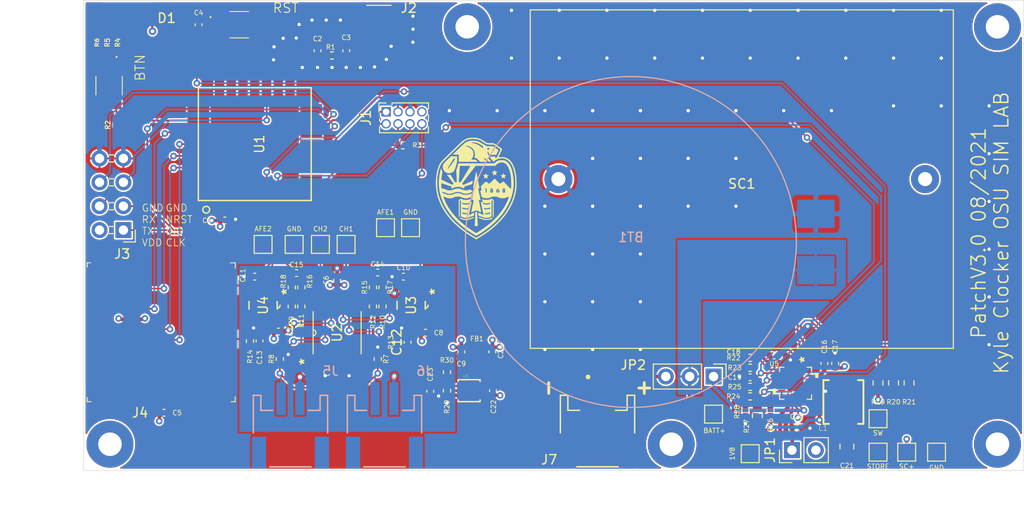
<source format=kicad_pcb>
(kicad_pcb (version 20171130) (host pcbnew "(5.1.10)-1")
  (layers (0 F.Cu signal) (1 In1.Cu signal) (2 In2.Cu signal) (31 B.Cu signal) (34 B.Paste user) (35 F.Paste user) (36 B.SilkS user) (37 F.SilkS user) (38 B.Mask user) (39 F.Mask user) (44 Edge.Cuts user))
  (net 0 "")
  (net 1 GND)
  (net 2 VDD)
  (net 3 VDDA)
  (net 4 /NRST)
  (net 5 VCOM)
  (net 6 /AFE_CH2)
  (net 7 /AFE_CH1)
  (net 8 "/Havester and Power/SC+")
  (net 9 "Net-(D1-Pad4)")
  (net 10 "Net-(D1-Pad3)")
  (net 11 "Net-(D1-Pad2)")
  (net 12 /SW_CLK)
  (net 13 /SD_MISO)
  (net 14 /SD_CLK)
  (net 15 /SD_MOSI)
  (net 16 /SD_CS)
  (net 17 "Net-(R2-Pad2)")
  (net 18 /BTN)
  (net 19 /LED_R)
  (net 20 /LED_G)
  (net 21 /LED_B)
  (net 22 "Net-(R11-Pad2)")
  (net 23 "Net-(R19-Pad2)")
  (net 24 "Net-(R22-Pad1)")
  (net 25 "Net-(R29-Pad2)")
  (net 26 /GPIO0)
  (net 27 /GPIO1)
  (net 28 /GPIO2)
  (net 29 /GPIO3)
  (net 30 "Net-(U1-Pad28)")
  (net 31 /SW_DIO)
  (net 32 "Net-(BT1-Pad1)")
  (net 33 /RFIO)
  (net 34 /RFIO_ANT)
  (net 35 "Net-(C10-Pad1)")
  (net 36 "Net-(C11-Pad1)")
  (net 37 "Net-(C12-Pad2)")
  (net 38 "/Contact Mic AFE/REFB")
  (net 39 "Net-(C13-Pad2)")
  (net 40 "/Contact Mic AFE/REFA")
  (net 41 "Net-(C14-Pad2)")
  (net 42 "Net-(C15-Pad2)")
  (net 43 "Net-(C18-Pad1)")
  (net 44 /LDO_3V3_EN)
  (net 45 "Net-(C20-Pad1)")
  (net 46 "/Havester and Power/STORE")
  (net 47 /LPUART_TX)
  (net 48 /LPUART_RX)
  (net 49 "Net-(J4-Pad8)")
  (net 50 "Net-(J4-Pad1)")
  (net 51 "Net-(J5-Pad2)")
  (net 52 "Net-(J6-Pad2)")
  (net 53 "/Havester and Power/SW")
  (net 54 /~BATT_CHG)
  (net 55 "Net-(R10-Pad1)")
  (net 56 "Net-(R11-Pad1)")
  (net 57 "Net-(R12-Pad1)")
  (net 58 "Net-(R20-Pad2)")
  (net 59 /~BATT_CONN)
  (net 60 "Net-(R26-Pad2)")
  (net 61 "Net-(R27-Pad2)")
  (net 62 "Net-(TP10-Pad1)")
  (net 63 "Net-(U2-Pad8)")
  (net 64 "Net-(U2-Pad14)")
  (net 65 "Net-(U5-Pad17)")
  (net 66 "/Havester and Power/BATT_CHG")
  (net 67 "/Havester and Power/BATT")
  (net 68 "Net-(L1-Pad1)")
  (module Connector_PinHeader_2.54mm:PinHeader_2x04_P2.54mm_Horizontal (layer F.Cu) (at 54.229 74.422 180)
    (fp_text reference J3 (at 0.127 -2.54 180) (layer F.SilkS))
    (fp_text value Conn_02x04_Odd_Even)
    (pad 8 thru_hole oval (at 2.54 7.62 180) (size 1.7 1.7) (drill 1) (layers *.Cu *.Mask) (net 1 GND))
    (pad 7 thru_hole oval (at 0 7.62 180) (size 1.7 1.7) (drill 1) (layers *.Cu *.Mask) (net 1 GND))
    (pad 6 thru_hole oval (at 2.54 5.08 180) (size 1.7 1.7) (drill 1) (layers *.Cu *.Mask) (net 48 /LPUART_RX))
    (pad 5 thru_hole oval (at 0 5.08 180) (size 1.7 1.7) (drill 1) (layers *.Cu *.Mask) (net 4 /NRST))
    (pad 4 thru_hole oval (at 2.54 2.54 180) (size 1.7 1.7) (drill 1) (layers *.Cu *.Mask) (net 47 /LPUART_TX))
    (pad 3 thru_hole oval (at 0 2.54 180) (size 1.7 1.7) (drill 1) (layers *.Cu *.Mask) (net 31 /SW_DIO))
    (pad 2 thru_hole oval (at 2.54 0 180) (size 1.7 1.7) (drill 1) (layers *.Cu *.Mask) (net 2 VDD))
    (pad 1 thru_hole rect (at 0 0 180) (size 1.7 1.7) (drill 1) (layers *.Cu *.Mask) (net 12 /SW_CLK))
  )
  (module PatchV2:SM141K10LV (layer F.Cu) (at 120 69)
    (fp_text reference SC1 (at 0 0.5) (layer F.SilkS))
    (fp_text value Solar_Cell)
    (pad 2 thru_hole circle (at -19.5 0) (size 3 3) (drill 1.5) (layers *.Cu *.Mask) (net 1 GND))
    (pad 1 thru_hole circle (at 19.5 0) (size 3 3) (drill 1.5) (layers *.Cu *.Mask) (net 8 "/Havester and Power/SC+"))
  )
  (module Resistor_SMD:R_0603_1608Metric (layer F.Cu) (at 134.493 90.678 90)
    (fp_text reference R19 (at -2.032 0 180) (layer F.SilkS) (effects (font (size 0.508 0.508) (thickness 0.0762))))
    (fp_text value 10M)
    (pad 2 smd roundrect (at 0.825 0 90) (size 0.8 0.95) (layers F.Cu F.Paste F.Mask) (net 23 "Net-(R19-Pad2)"))
    (pad 1 smd roundrect (at -0.889 0 90) (size 0.8 0.95) (layers F.Cu F.Paste F.Mask) (net 8 "/Havester and Power/SC+"))
  )
  (module Capacitor_SMD:C_0402_1005Metric (layer F.Cu) (at 93.472 87.376 270)
    (fp_text reference C24 (at 0 -0.889 90) (layer F.SilkS) (effects (font (size 0.508 0.508) (thickness 0.0762))))
    (fp_text value 0.1uF)
    (pad 2 smd roundrect (at 0.48 0 270) (size 0.56 0.62) (layers F.Cu F.Paste F.Mask) (net 1 GND))
    (pad 1 smd roundrect (at -0.48 0 270) (size 0.56 0.62) (layers F.Cu F.Paste F.Mask) (net 2 VDD))
  )
  (module "PatchV2:HRS_U.FL-R-SMT(01)" (layer F.Cu) (at 81.407 51.816)
    (fp_text reference J2 (at 3.175 -1.016) (layer F.SilkS) (effects (font (size 1.001126 1.001126))))
    (fp_text value "U.FL-R-SMT(01)")
    (pad 1 smd rect (at -1.475 0) (size 1.1 2.25) (layers F.Cu F.Paste F.Mask) (net 1 GND))
    (pad 2 smd rect (at 1.475 0) (size 1.1 2.25) (layers F.Cu F.Paste F.Mask) (net 1 GND))
    (pad 3 smd rect (at 0 1.55) (size 1.05 1.1) (layers F.Cu F.Paste F.Mask) (net 34 /RFIO_ANT))
  )
  (module PatchV2:DFN-6_DC (layer F.Cu) (at 90.9955 91.5035)
    (fp_text reference U6 (at -0.3548 -1.55) (layer F.SilkS) (effects (font (size 0.314961 0.314961) (thickness 0.015))))
    (fp_text value LT3009IDCTRMPBF)
    (pad 1 smd rect (at -0.9524 -0.5) (size 0.8048 0.3) (layers F.Cu F.Paste F.Mask) (net 25 "Net-(R29-Pad2)"))
    (pad 2 smd rect (at -0.9524 0) (size 0.8048 0.3) (layers F.Cu F.Paste F.Mask) (net 5 VCOM))
    (pad 3 smd rect (at -0.9524 0.5) (size 0.8048 0.3) (layers F.Cu F.Paste F.Mask) (net 5 VCOM))
    (pad 4 smd rect (at 0.9524 0.5) (size 0.8048 0.3) (layers F.Cu F.Paste F.Mask) (net 2 VDD))
    (pad 5 smd rect (at 0.9524 0) (size 0.8048 0.3) (layers F.Cu F.Paste F.Mask) (net 2 VDD))
    (pad 6 smd rect (at 0.9524 -0.5) (size 0.8048 0.3) (layers F.Cu F.Paste F.Mask) (net 1 GND))
    (pad 7 smd rect (at 0 0) (size 0.61 1.42) (layers F.Cu F.Mask) (net 1 GND))
  )
  (module PatchV2:SPV1050TTR (layer F.Cu) (at 125.721 90.716 270)
    (fp_text reference U5 (at -2.07 2.277 180) (layer F.SilkS) (effects (font (size 0.508 0.508) (thickness 0.0762))))
    (fp_text value SPV1050TTR hide)
    (fp_text user * (at -2.5146 -1 90) (layer F.SilkS))
    (fp_text user * (at -2.5146 -1 90) (layer F.SilkS))
    (pad 1 smd rect (at -1.4732 -0.800001) (size 0.2032 0.8128) (layers F.Cu F.Paste F.Mask) (net 23 "Net-(R19-Pad2)"))
    (pad 2 smd rect (at -1.4732 -0.399999) (size 0.2032 0.8128) (layers F.Cu F.Paste F.Mask) (net 58 "Net-(R20-Pad2)"))
    (pad 3 smd rect (at -1.4732 0) (size 0.2032 0.8128) (layers F.Cu F.Paste F.Mask) (net 43 "Net-(C18-Pad1)"))
    (pad 4 smd rect (at -1.4732 0.399999) (size 0.2032 0.8128) (layers F.Cu F.Paste F.Mask) (net 1 GND))
    (pad 5 smd rect (at -1.4732 0.800001) (size 0.2032 0.8128) (layers F.Cu F.Paste F.Mask) (net 24 "Net-(R22-Pad1)"))
    (pad 6 smd rect (at -0.800001 1.4732 270) (size 0.2032 0.8128) (layers F.Cu F.Paste F.Mask) (net 44 /LDO_3V3_EN))
    (pad 7 smd rect (at -0.399999 1.4732 270) (size 0.2032 0.8128) (layers F.Cu F.Paste F.Mask) (net 54 /~BATT_CHG))
    (pad 8 smd rect (at 0 1.4732 270) (size 0.2032 0.8128) (layers F.Cu F.Paste F.Mask) (net 59 /~BATT_CONN))
    (pad 9 smd rect (at 0.399999 1.4732 270) (size 0.2032 0.8128) (layers F.Cu F.Paste F.Mask) (net 61 "Net-(R27-Pad2)"))
    (pad 10 smd rect (at 0.800001 1.4732 270) (size 0.2032 0.8128) (layers F.Cu F.Paste F.Mask) (net 60 "Net-(R26-Pad2)"))
    (pad 11 smd rect (at 1.4732 0.800001) (size 0.2032 0.8128) (layers F.Cu F.Paste F.Mask) (net 62 "Net-(TP10-Pad1)"))
    (pad 12 smd rect (at 1.4732 0.399999) (size 0.2032 0.8128) (layers F.Cu F.Paste F.Mask) (net 45 "Net-(C20-Pad1)"))
    (pad 13 smd rect (at 1.4732 0) (size 0.2032 0.8128) (layers F.Cu F.Paste F.Mask) (net 8 "/Havester and Power/SC+"))
    (pad 14 smd rect (at 1.4732 -0.399999) (size 0.2032 0.8128) (layers F.Cu F.Paste F.Mask) (net 67 "/Havester and Power/BATT"))
    (pad 15 smd rect (at 1.4732 -0.800001) (size 0.2032 0.8128) (layers F.Cu F.Paste F.Mask) (net 46 "/Havester and Power/STORE"))
    (pad 16 smd rect (at 0.800001 -1.4732 270) (size 0.2032 0.8128) (layers F.Cu F.Paste F.Mask) (net 53 "/Havester and Power/SW"))
    (pad 17 smd rect (at 0.399999 -1.4732 270) (size 0.2032 0.8128) (layers F.Cu F.Paste F.Mask) (net 65 "Net-(U5-Pad17)"))
    (pad 18 smd rect (at 0 -1.4732 270) (size 0.2032 0.8128) (layers F.Cu F.Paste F.Mask) (net 1 GND))
    (pad 19 smd rect (at -0.399999 -1.4732 270) (size 0.2032 0.8128) (layers F.Cu F.Paste F.Mask) (net 68 "Net-(L1-Pad1)"))
    (pad 20 smd rect (at -0.800001 -1.4732 270) (size 0.2032 0.8128) (layers F.Cu F.Paste F.Mask) (net 8 "/Havester and Power/SC+"))
    (pad 21 smd rect (at 0 0 270) (size 1.7018 1.7018) (layers F.Cu F.Paste F.Mask))
  )
  (module PatchV2:OPA2349EA (layer F.Cu) (at 69.088 82.423 270)
    (fp_text reference U4 (at 0 0 90) (layer F.SilkS))
    (fp_text value OPA2349EA_250 hide)
    (fp_text user * (at -1.4478 -2.5498 90) (layer F.SilkS))
    (fp_text user * (at -1.4478 -2.5498 90) (layer F.SilkS))
    (pad 1 smd rect (at -1.1938 -0.974999 270) (size 1.3208 0.4318) (layers F.Cu F.Paste F.Mask) (net 6 /AFE_CH2))
    (pad 2 smd rect (at -1.1938 -0.325001 270) (size 1.3208 0.4318) (layers F.Cu F.Paste F.Mask) (net 6 /AFE_CH2))
    (pad 3 smd rect (at -1.1938 0.325001 270) (size 1.3208 0.4318) (layers F.Cu F.Paste F.Mask) (net 36 "Net-(C11-Pad1)"))
    (pad 4 smd rect (at -1.1938 0.974999 270) (size 1.3208 0.4318) (layers F.Cu F.Paste F.Mask) (net 1 GND))
    (pad 5 smd rect (at 1.1938 0.974999 270) (size 1.3208 0.4318) (layers F.Cu F.Paste F.Mask) (net 5 VCOM))
    (pad 6 smd rect (at 1.1938 0.325001 270) (size 1.3208 0.4318) (layers F.Cu F.Paste F.Mask) (net 39 "Net-(C13-Pad2)"))
    (pad 7 smd rect (at 1.1938 -0.325001 270) (size 1.3208 0.4318) (layers F.Cu F.Paste F.Mask) (net 40 "/Contact Mic AFE/REFA"))
    (pad 8 smd rect (at 1.1938 -0.974999 270) (size 1.3208 0.4318) (layers F.Cu F.Paste F.Mask) (net 3 VDDA))
  )
  (module PatchV2:OPA2349EA (layer F.Cu) (at 84.836 82.423 270)
    (fp_text reference U3 (at 0 0 90) (layer F.SilkS))
    (fp_text value OPA2349EA_250 hide)
    (fp_text user * (at -1.4478 -2.5498 90) (layer F.SilkS))
    (fp_text user * (at -1.4478 -2.5498 90) (layer F.SilkS))
    (pad 1 smd rect (at -1.1938 -0.974999 270) (size 1.3208 0.4318) (layers F.Cu F.Paste F.Mask) (net 7 /AFE_CH1))
    (pad 2 smd rect (at -1.1938 -0.325001 270) (size 1.3208 0.4318) (layers F.Cu F.Paste F.Mask) (net 7 /AFE_CH1))
    (pad 3 smd rect (at -1.1938 0.325001 270) (size 1.3208 0.4318) (layers F.Cu F.Paste F.Mask) (net 35 "Net-(C10-Pad1)"))
    (pad 4 smd rect (at -1.1938 0.974999 270) (size 1.3208 0.4318) (layers F.Cu F.Paste F.Mask) (net 1 GND))
    (pad 5 smd rect (at 1.1938 0.974999 270) (size 1.3208 0.4318) (layers F.Cu F.Paste F.Mask) (net 5 VCOM))
    (pad 6 smd rect (at 1.1938 0.325001 270) (size 1.3208 0.4318) (layers F.Cu F.Paste F.Mask) (net 37 "Net-(C12-Pad2)"))
    (pad 7 smd rect (at 1.1938 -0.325001 270) (size 1.3208 0.4318) (layers F.Cu F.Paste F.Mask) (net 38 "/Contact Mic AFE/REFB"))
    (pad 8 smd rect (at 1.1938 -0.974999 270) (size 1.3208 0.4318) (layers F.Cu F.Paste F.Mask) (net 3 VDDA))
  )
  (module PatchV2:INA2321EA&slash_250 (layer F.Cu) (at 76.962 85.344 90)
    (fp_text reference U2 (at 0 0 90) (layer F.SilkS))
    (fp_text value INA2321EA_250 hide)
    (fp_text user * (at -3.0734 -3.4486 90) (layer F.SilkS))
    (fp_text user * (at -3.0734 -3.4486 90) (layer F.SilkS))
    (pad 1 smd rect (at -2.8194 -1.950001 90) (size 1.6764 0.3556) (layers F.Cu F.Paste F.Mask) (net 22 "Net-(R11-Pad2)"))
    (pad 2 smd rect (at -2.8194 -1.3 90) (size 1.6764 0.3556) (layers F.Cu F.Paste F.Mask) (net 5 VCOM))
    (pad 3 smd rect (at -2.8194 -0.649999 90) (size 1.6764 0.3556) (layers F.Cu F.Paste F.Mask) (net 51 "Net-(J5-Pad2)"))
    (pad 4 smd rect (at -2.8194 0 90) (size 1.6764 0.3556) (layers F.Cu F.Paste F.Mask) (net 1 GND))
    (pad 5 smd rect (at -2.8194 0.649999 90) (size 1.6764 0.3556) (layers F.Cu F.Paste F.Mask) (net 52 "Net-(J6-Pad2)"))
    (pad 6 smd rect (at -2.8194 1.3 90) (size 1.6764 0.3556) (layers F.Cu F.Paste F.Mask) (net 5 VCOM))
    (pad 7 smd rect (at -2.8194 1.949999 90) (size 1.6764 0.3556) (layers F.Cu F.Paste F.Mask) (net 55 "Net-(R10-Pad1)"))
    (pad 8 smd rect (at 2.8194 1.950001 90) (size 1.6764 0.3556) (layers F.Cu F.Paste F.Mask) (net 63 "Net-(U2-Pad8)"))
    (pad 9 smd rect (at 2.8194 1.3 90) (size 1.6764 0.3556) (layers F.Cu F.Paste F.Mask) (net 57 "Net-(R12-Pad1)"))
    (pad 10 smd rect (at 2.8194 0.650001 90) (size 1.6764 0.3556) (layers F.Cu F.Paste F.Mask) (net 38 "/Contact Mic AFE/REFB"))
    (pad 11 smd rect (at 2.8194 0 90) (size 1.6764 0.3556) (layers F.Cu F.Paste F.Mask) (net 3 VDDA))
    (pad 12 smd rect (at 2.8194 -0.649999 90) (size 1.6764 0.3556) (layers F.Cu F.Paste F.Mask) (net 40 "/Contact Mic AFE/REFA"))
    (pad 13 smd rect (at 2.8194 -1.3 90) (size 1.6764 0.3556) (layers F.Cu F.Paste F.Mask) (net 56 "Net-(R11-Pad1)"))
    (pad 14 smd rect (at 2.8194 -1.949999 90) (size 1.6764 0.3556) (layers F.Cu F.Paste F.Mask) (net 64 "Net-(U2-Pad14)"))
  )
  (module PatchV2:LoRa-E5 (layer F.Cu) (at 68.199 65.278 90)
    (fp_text reference U1 (at 0 0.5 90) (layer F.SilkS))
    (fp_text value LoRa-E5)
    (pad 4 smd rect (at -6 0 180) (size 1 2.3) (layers F.Cu F.Paste F.Mask) (net 12 /SW_CLK))
    (pad 3 smd rect (at -6 -1.25 180) (size 1 2.3) (layers F.Cu F.Paste F.Mask) (net 31 /SW_DIO))
    (pad 2 smd rect (at -6 -2.5 180) (size 1 2.3) (layers F.Cu F.Paste F.Mask) (net 1 GND))
    (pad 1 smd rect (at -6 -3.75 180) (size 1 2.3) (layers F.Cu F.Paste F.Mask) (net 2 VDD))
    (pad 5 smd rect (at -6 1.25 180) (size 1 2.3) (layers F.Cu F.Paste F.Mask) (net 44 /LDO_3V3_EN))
    (pad 6 smd rect (at -6 2.5 180) (size 1 2.3) (layers F.Cu F.Paste F.Mask) (net 6 /AFE_CH2))
    (pad 7 smd rect (at -6 3.75 180) (size 1 2.3) (layers F.Cu F.Paste F.Mask) (net 7 /AFE_CH1))
    (pad 11 smd rect (at 0 6 270) (size 1 2.3) (layers F.Cu F.Paste F.Mask) (net 29 /GPIO3))
    (pad 10 smd rect (at -1.25 6 270) (size 1 2.3) (layers F.Cu F.Paste F.Mask) (net 28 /GPIO2))
    (pad 9 smd rect (at -2.5 6 270) (size 1 2.3) (layers F.Cu F.Paste F.Mask) (net 27 /GPIO1))
    (pad 8 smd rect (at -3.75 6 270) (size 1 2.3) (layers F.Cu F.Paste F.Mask) (net 26 /GPIO0))
    (pad 12 smd rect (at 1.25 6 270) (size 1 2.3) (layers F.Cu F.Paste F.Mask) (net 47 /LPUART_TX))
    (pad 13 smd rect (at 2.5 6 270) (size 1 2.3) (layers F.Cu F.Paste F.Mask) (net 48 /LPUART_RX))
    (pad 14 smd rect (at 3.75 6 270) (size 1 2.3) (layers F.Cu F.Paste F.Mask) (net 1 GND))
    (pad 18 smd rect (at 6 0) (size 1 2.3) (layers F.Cu F.Paste F.Mask) (net 19 /LED_R))
    (pad 17 smd rect (at 6 1.25) (size 1 2.3) (layers F.Cu F.Paste F.Mask) (net 4 /NRST))
    (pad 16 smd rect (at 6 2.5) (size 1 2.3) (layers F.Cu F.Paste F.Mask) (net 1 GND))
    (pad 15 smd rect (at 6 3.75) (size 1 2.3) (layers F.Cu F.Paste F.Mask) (net 33 /RFIO))
    (pad 19 smd rect (at 6 -1.25) (size 1 2.3) (layers F.Cu F.Paste F.Mask) (net 20 /LED_G))
    (pad 20 smd rect (at 6 -2.5) (size 1 2.3) (layers F.Cu F.Paste F.Mask) (net 21 /LED_B))
    (pad 21 smd rect (at 6 -3.75) (size 1 2.3) (layers F.Cu F.Paste F.Mask) (net 59 /~BATT_CONN))
    (pad 25 smd rect (at 0 -6 90) (size 1 2.3) (layers F.Cu F.Paste F.Mask) (net 16 /SD_CS))
    (pad 24 smd rect (at 1.25 -6 90) (size 1 2.3) (layers F.Cu F.Paste F.Mask) (net 14 /SD_CLK))
    (pad 23 smd rect (at 2.5 -6 90) (size 1 2.3) (layers F.Cu F.Paste F.Mask) (net 18 /BTN))
    (pad 22 smd rect (at 3.75 -6 90) (size 1 2.3) (layers F.Cu F.Paste F.Mask) (net 1 GND))
    (pad 26 smd rect (at -1.25 -6 90) (size 1 2.3) (layers F.Cu F.Paste F.Mask) (net 13 /SD_MISO))
    (pad 27 smd rect (at -2.5 -6 90) (size 1 2.3) (layers F.Cu F.Paste F.Mask) (net 15 /SD_MOSI))
    (pad 28 smd rect (at -3.75 -6 90) (size 1 2.3) (layers F.Cu F.Paste F.Mask) (net 30 "Net-(U1-Pad28)"))
  )
  (module TestPoint:TestPoint_Pad_1.5x1.5mm (layer F.Cu) (at 117 94 270)
    (fp_text reference BATT+ (at 1.758 -0.094 180) (layer F.SilkS) (effects (font (size 0.508 0.508) (thickness 0.0762))))
    (fp_text value TestPoint)
    (pad 1 smd rect (at 0 0 270) (size 1.5 1.5) (layers F.Cu F.Mask) (net 32 "Net-(BT1-Pad1)"))
  )
  (module TestPoint:TestPoint_Pad_1.5x1.5mm (layer F.Cu) (at 134.493 98.044 180)
    (fp_text reference STORE (at 0 -1.524) (layer F.SilkS) (effects (font (size 0.508 0.508) (thickness 0.0762))))
    (fp_text value TestPoint)
    (pad 1 smd rect (at 0 0 180) (size 1.5 1.5) (layers F.Cu F.Mask) (net 46 "/Havester and Power/STORE"))
  )
  (module TestPoint:TestPoint_Pad_1.5x1.5mm (layer F.Cu) (at 120.895 98.209 270)
    (fp_text reference 1V8 (at 0 1.905 90) (layer F.SilkS) (effects (font (size 0.508 0.508) (thickness 0.0762))))
    (fp_text value TestPoint)
    (pad 1 smd rect (at 0 0 270) (size 1.5 1.5) (layers F.Cu F.Mask) (net 62 "Net-(TP10-Pad1)"))
  )
  (module TestPoint:TestPoint_Pad_1.5x1.5mm (layer F.Cu) (at 134.493 94.488 180)
    (fp_text reference SW (at 0 -1.524) (layer F.SilkS) (effects (font (size 0.508 0.508) (thickness 0.0762))))
    (fp_text value TestPoint)
    (pad 1 smd rect (at 0 0 180) (size 1.5 1.5) (layers F.Cu F.Mask) (net 53 "/Havester and Power/SW"))
  )
  (module TestPoint:TestPoint_Pad_1.5x1.5mm (layer F.Cu) (at 137.541 98.044 270)
    (fp_text reference SC+ (at 1.524 0) (layer F.SilkS) (effects (font (size 0.508 0.508) (thickness 0.0762))))
    (fp_text value TestPoint)
    (pad 1 smd rect (at 0 0 270) (size 1.5 1.5) (layers F.Cu F.Mask) (net 8 "/Havester and Power/SC+"))
  )
  (module TestPoint:TestPoint_Pad_1.5x1.5mm (layer F.Cu) (at 140.716 98.044 270)
    (fp_text reference GND (at 1.651 0 180) (layer F.SilkS) (effects (font (size 0.508 0.508) (thickness 0.0762))))
    (fp_text value TestPoint)
    (pad 1 smd rect (at 0 0 270) (size 1.5 1.5) (layers F.Cu F.Mask) (net 1 GND))
  )
  (module TestPoint:TestPoint_Pad_1.5x1.5mm (layer F.Cu) (at 75.184 75.946)
    (fp_text reference CH2 (at 0 -1.648) (layer F.SilkS) (effects (font (size 0.508 0.508) (thickness 0.0762))))
    (fp_text value TestPoint)
    (pad 1 smd rect (at 0 0) (size 1.5 1.5) (layers F.Cu F.Mask) (net 56 "Net-(R11-Pad1)"))
  )
  (module TestPoint:TestPoint_Pad_1.5x1.5mm (layer F.Cu) (at 77.9145 75.946)
    (fp_text reference CH1 (at 0 -1.648) (layer F.SilkS) (effects (font (size 0.508 0.508) (thickness 0.0762))))
    (fp_text value TestPoint)
    (pad 1 smd rect (at 0 0) (size 1.5 1.5) (layers F.Cu F.Mask) (net 57 "Net-(R12-Pad1)"))
  )
  (module TestPoint:TestPoint_Pad_1.5x1.5mm (layer F.Cu) (at 69.088 75.946)
    (fp_text reference AFE2 (at 0 -1.651) (layer F.SilkS) (effects (font (size 0.508 0.508) (thickness 0.0762))))
    (fp_text value TestPoint)
    (pad 1 smd rect (at 0 0) (size 1.5 1.5) (layers F.Cu F.Mask) (net 6 /AFE_CH2))
  )
  (module TestPoint:TestPoint_Pad_1.5x1.5mm (layer F.Cu) (at 82.1055 74.168)
    (fp_text reference AFE1 (at 0 -1.648) (layer F.SilkS) (effects (font (size 0.508 0.508) (thickness 0.0762))))
    (fp_text value TestPoint)
    (pad 1 smd rect (at 0 0) (size 1.5 1.5) (layers F.Cu F.Mask) (net 7 /AFE_CH1))
  )
  (module TestPoint:TestPoint_Pad_1.5x1.5mm (layer F.Cu) (at 72.39 75.946)
    (fp_text reference GND (at 0 -1.648) (layer F.SilkS) (effects (font (size 0.508 0.508) (thickness 0.0762))))
    (fp_text value TestPoint)
    (pad 1 smd rect (at 0 0) (size 1.5 1.5) (layers F.Cu F.Mask) (net 1 GND))
  )
  (module TestPoint:TestPoint_Pad_1.5x1.5mm (layer F.Cu) (at 84.7725 74.168)
    (fp_text reference GND (at 0 -1.648) (layer F.SilkS) (effects (font (size 0.508 0.508) (thickness 0.0762))))
    (fp_text value TestPoint)
    (pad 1 smd rect (at 0 0) (size 1.5 1.5) (layers F.Cu F.Mask) (net 1 GND))
  )
  (module Resistor_SMD:R_0402_1005Metric (layer F.Cu) (at 88.646 89.535 90)
    (fp_text reference R30 (at 1.27 0 180) (layer F.SilkS) (effects (font (size 0.508 0.508) (thickness 0.0762))))
    (fp_text value "590k 1%")
    (pad 2 smd roundrect (at 0.51 0 90) (size 0.54 0.64) (layers F.Cu F.Paste F.Mask) (net 1 GND))
    (pad 1 smd roundrect (at -0.51 0 90) (size 0.54 0.64) (layers F.Cu F.Paste F.Mask) (net 25 "Net-(R29-Pad2)"))
  )
  (module Resistor_SMD:R_0402_1005Metric (layer F.Cu) (at 88.646 91.5035 90)
    (fp_text reference R29 (at -1.7145 0 90) (layer F.SilkS) (effects (font (size 0.508 0.508) (thickness 0.0762))))
    (fp_text value "1M 1%")
    (pad 2 smd roundrect (at 0.51 0 90) (size 0.54 0.64) (layers F.Cu F.Paste F.Mask) (net 25 "Net-(R29-Pad2)"))
    (pad 1 smd roundrect (at -0.51 0 90) (size 0.54 0.64) (layers F.Cu F.Paste F.Mask) (net 5 VCOM))
  )
  (module Resistor_SMD:R_0402_1005Metric (layer F.Cu) (at 120.387 93.637 270)
    (fp_text reference R28 (at 0.127 0.889 90) (layer F.SilkS) (effects (font (size 0.508 0.508) (thickness 0.0762))))
    (fp_text value 2.94M)
    (pad 2 smd roundrect (at 0.51 0 270) (size 0.54 0.64) (layers F.Cu F.Paste F.Mask) (net 1 GND))
    (pad 1 smd roundrect (at -0.51 0 270) (size 0.54 0.64) (layers F.Cu F.Paste F.Mask) (net 61 "Net-(R27-Pad2)"))
  )
  (module Resistor_SMD:R_0603_1608Metric (layer F.Cu) (at 121.657 94.145 90)
    (fp_text reference R27 (at -1.143 -1.143 90) (layer F.SilkS) (effects (font (size 0.508 0.508) (thickness 0.0762))))
    (fp_text value 1.05M)
    (pad 2 smd roundrect (at 0.825 0 90) (size 0.8 0.95) (layers F.Cu F.Paste F.Mask) (net 61 "Net-(R27-Pad2)"))
    (pad 1 smd roundrect (at -0.825 0 90) (size 0.8 0.95) (layers F.Cu F.Paste F.Mask) (net 60 "Net-(R26-Pad2)"))
  )
  (module Resistor_SMD:R_0402_1005Metric (layer F.Cu) (at 123.054 93.637 90)
    (fp_text reference R26 (at -1.524 0 90) (layer F.SilkS) (effects (font (size 0.508 0.508) (thickness 0.0762))))
    (fp_text value 6.04M)
    (pad 2 smd roundrect (at 0.51 0 90) (size 0.54 0.64) (layers F.Cu F.Paste F.Mask) (net 60 "Net-(R26-Pad2)"))
    (pad 1 smd roundrect (at -0.51 0 90) (size 0.54 0.64) (layers F.Cu F.Paste F.Mask) (net 46 "/Havester and Power/STORE"))
  )
  (module Resistor_SMD:R_0402_1005Metric (layer F.Cu) (at 120.893 91.097)
    (fp_text reference R25 (at -1.649 0) (layer F.SilkS) (effects (font (size 0.508 0.508) (thickness 0.0762))))
    (fp_text value 10M)
    (pad 2 smd roundrect (at 0.51 0) (size 0.54 0.64) (layers F.Cu F.Paste F.Mask) (net 54 /~BATT_CHG))
    (pad 1 smd roundrect (at -0.51 0) (size 0.54 0.64) (layers F.Cu F.Paste F.Mask) (net 46 "/Havester and Power/STORE"))
  )
  (module Resistor_SMD:R_0402_1005Metric (layer F.Cu) (at 120.893 92.113)
    (fp_text reference R24 (at -1.778 0) (layer F.SilkS) (effects (font (size 0.508 0.508) (thickness 0.0762))))
    (fp_text value 10M)
    (pad 2 smd roundrect (at 0.51 0) (size 0.54 0.64) (layers F.Cu F.Paste F.Mask) (net 59 /~BATT_CONN))
    (pad 1 smd roundrect (at -0.51 0) (size 0.54 0.64) (layers F.Cu F.Paste F.Mask) (net 46 "/Havester and Power/STORE"))
  )
  (module Resistor_SMD:R_0402_1005Metric (layer F.Cu) (at 120.895 89.065 180)
    (fp_text reference R23 (at 1.651 0) (layer F.SilkS) (effects (font (size 0.508 0.508) (thickness 0.0762))))
    (fp_text value "1M 1%")
    (pad 2 smd roundrect (at 0.51 0 180) (size 0.54 0.64) (layers F.Cu F.Paste F.Mask) (net 46 "/Havester and Power/STORE"))
    (pad 1 smd roundrect (at -0.51 0 180) (size 0.54 0.64) (layers F.Cu F.Paste F.Mask) (net 44 /LDO_3V3_EN))
  )
  (module Resistor_SMD:R_0402_1005Metric (layer F.Cu) (at 120.902 88.011 180)
    (fp_text reference R22 (at 1.778 0) (layer F.SilkS) (effects (font (size 0.508 0.508) (thickness 0.0762))))
    (fp_text value 0)
    (pad 2 smd roundrect (at 0.51 0 180) (size 0.54 0.64) (layers F.Cu F.Paste F.Mask) (net 1 GND))
    (pad 1 smd roundrect (at -0.51 0 180) (size 0.54 0.64) (layers F.Cu F.Paste F.Mask) (net 24 "Net-(R22-Pad1)"))
  )
  (module Resistor_SMD:R_0603_1608Metric (layer F.Cu) (at 137.795 90.678 270)
    (fp_text reference R21 (at 2.032 0 180) (layer F.SilkS) (effects (font (size 0.508 0.508) (thickness 0.0762))))
    (fp_text value 3.83M)
    (pad 2 smd roundrect (at 0.825 0 270) (size 0.8 0.95) (layers F.Cu F.Paste F.Mask) (net 1 GND))
    (pad 1 smd roundrect (at -0.825 0 270) (size 0.8 0.95) (layers F.Cu F.Paste F.Mask) (net 58 "Net-(R20-Pad2)"))
  )
  (module Resistor_SMD:R_0603_1608Metric (layer F.Cu) (at 136.144 90.678 90)
    (fp_text reference R20 (at -2.032 0 180) (layer F.SilkS) (effects (font (size 0.508 0.508) (thickness 0.0762))))
    (fp_text value 909k)
    (pad 2 smd roundrect (at 0.825 0 90) (size 0.8 0.95) (layers F.Cu F.Paste F.Mask) (net 58 "Net-(R20-Pad2)"))
    (pad 1 smd roundrect (at -0.825 0 90) (size 0.8 0.95) (layers F.Cu F.Paste F.Mask) (net 23 "Net-(R19-Pad2)"))
  )
  (module Resistor_SMD:R_0402_1005Metric (layer F.Cu) (at 72.136 80.518 90)
    (fp_text reference R18 (at 0.635 -0.889 90) (layer F.SilkS) (effects (font (size 0.508 0.508) (thickness 0.0762))))
    (fp_text value "90.9k 0.1%")
    (pad 2 smd roundrect (at 0.51 0 90) (size 0.54 0.64) (layers F.Cu F.Paste F.Mask) (net 42 "Net-(C15-Pad2)"))
    (pad 1 smd roundrect (at -0.51 0 90) (size 0.54 0.64) (layers F.Cu F.Paste F.Mask) (net 36 "Net-(C11-Pad1)"))
  )
  (module Resistor_SMD:R_0402_1005Metric (layer F.Cu) (at 81.788 80.518 90)
    (fp_text reference R17 (at 0 0.8255 90) (layer F.SilkS) (effects (font (size 0.508 0.508) (thickness 0.0762))))
    (fp_text value "90.9k 0.1%")
    (pad 2 smd roundrect (at 0.51 0 90) (size 0.54 0.64) (layers F.Cu F.Paste F.Mask) (net 41 "Net-(C14-Pad2)"))
    (pad 1 smd roundrect (at -0.51 0 90) (size 0.54 0.64) (layers F.Cu F.Paste F.Mask) (net 35 "Net-(C10-Pad1)"))
  )
  (module Resistor_SMD:R_0402_1005Metric (layer F.Cu) (at 73.152 80.518 270)
    (fp_text reference R16 (at -0.635 -0.889 90) (layer F.SilkS) (effects (font (size 0.508 0.508) (thickness 0.0762))))
    (fp_text value "90.9k 0.1%")
    (pad 2 smd roundrect (at 0.51 0 270) (size 0.54 0.64) (layers F.Cu F.Paste F.Mask) (net 56 "Net-(R11-Pad1)"))
    (pad 1 smd roundrect (at -0.51 0 270) (size 0.54 0.64) (layers F.Cu F.Paste F.Mask) (net 42 "Net-(C15-Pad2)"))
  )
  (module Resistor_SMD:R_0402_1005Metric (layer F.Cu) (at 80.772 80.518 270)
    (fp_text reference R15 (at 0 0.889 90) (layer F.SilkS) (effects (font (size 0.508 0.508) (thickness 0.0762))))
    (fp_text value "90.9k 0.1%")
    (pad 2 smd roundrect (at 0.51 0 270) (size 0.54 0.64) (layers F.Cu F.Paste F.Mask) (net 57 "Net-(R12-Pad1)"))
    (pad 1 smd roundrect (at -0.51 0 270) (size 0.54 0.64) (layers F.Cu F.Paste F.Mask) (net 41 "Net-(C14-Pad2)"))
  )
  (module Resistor_SMD:R_0402_1005Metric (layer F.Cu) (at 67.691 86.233 270)
    (fp_text reference R14 (at 1.651 0 90) (layer F.SilkS) (effects (font (size 0.508 0.508) (thickness 0.0762))))
    (fp_text value "632k 0.1%")
    (pad 2 smd roundrect (at 0.51 0 270) (size 0.54 0.64) (layers F.Cu F.Paste F.Mask) (net 56 "Net-(R11-Pad1)"))
    (pad 1 smd roundrect (at -0.51 0 270) (size 0.54 0.64) (layers F.Cu F.Paste F.Mask) (net 39 "Net-(C13-Pad2)"))
  )
  (module Resistor_SMD:R_0402_1005Metric (layer F.Cu) (at 83.439 86.36 270)
    (fp_text reference R13 (at 0 0.762 90) (layer F.SilkS) (effects (font (size 0.508 0.508) (thickness 0.0762))))
    (fp_text value "632k 0.1%")
    (pad 2 smd roundrect (at 0.51 0 270) (size 0.54 0.64) (layers F.Cu F.Paste F.Mask) (net 57 "Net-(R12-Pad1)"))
    (pad 1 smd roundrect (at -0.51 0 270) (size 0.54 0.64) (layers F.Cu F.Paste F.Mask) (net 37 "Net-(C12-Pad2)"))
  )
  (module Resistor_SMD:R_0402_1005Metric (layer F.Cu) (at 80.772 82.55 270)
    (fp_text reference R12 (at 1.651 0 90) (layer F.SilkS) (effects (font (size 0.508 0.508) (thickness 0.0762))))
    (fp_text value "90.9k 0.1%")
    (pad 2 smd roundrect (at 0.51 0 270) (size 0.54 0.64) (layers F.Cu F.Paste F.Mask) (net 55 "Net-(R10-Pad1)"))
    (pad 1 smd roundrect (at -0.51 0 270) (size 0.54 0.64) (layers F.Cu F.Paste F.Mask) (net 57 "Net-(R12-Pad1)"))
  )
  (module Resistor_SMD:R_0402_1005Metric (layer F.Cu) (at 73.152 82.55 270)
    (fp_text reference R11 (at 1.524 0 90) (layer F.SilkS) (effects (font (size 0.508 0.508) (thickness 0.0762))))
    (fp_text value "90.9k 0.1%")
    (pad 2 smd roundrect (at 0.51 0 270) (size 0.54 0.64) (layers F.Cu F.Paste F.Mask) (net 22 "Net-(R11-Pad2)"))
    (pad 1 smd roundrect (at -0.51 0 270) (size 0.54 0.64) (layers F.Cu F.Paste F.Mask) (net 56 "Net-(R11-Pad1)"))
  )
  (module Resistor_SMD:R_0402_1005Metric (layer F.Cu) (at 81.788 82.55 90)
    (fp_text reference R10 (at -1.651 0 90) (layer F.SilkS) (effects (font (size 0.508 0.508) (thickness 0.0762))))
    (fp_text value "10k 0.1%")
    (pad 2 smd roundrect (at 0.51 0 90) (size 0.54 0.64) (layers F.Cu F.Paste F.Mask) (net 38 "/Contact Mic AFE/REFB"))
    (pad 1 smd roundrect (at -0.51 0 90) (size 0.54 0.64) (layers F.Cu F.Paste F.Mask) (net 55 "Net-(R10-Pad1)"))
  )
  (module Resistor_SMD:R_0402_1005Metric (layer F.Cu) (at 72.136 82.55 90)
    (fp_text reference R9 (at -1.524 0 90) (layer F.SilkS) (effects (font (size 0.508 0.508) (thickness 0.0762))))
    (fp_text value "10k 0.1%")
    (pad 2 smd roundrect (at 0.51 0 90) (size 0.54 0.64) (layers F.Cu F.Paste F.Mask) (net 40 "/Contact Mic AFE/REFA"))
    (pad 1 smd roundrect (at -0.51 0 90) (size 0.54 0.64) (layers F.Cu F.Paste F.Mask) (net 22 "Net-(R11-Pad2)"))
  )
  (module Resistor_SMD:R_0402_1005Metric (layer F.Cu) (at 70.866 88.138 270)
    (fp_text reference R8 (at 0 0.889 90) (layer F.SilkS) (effects (font (size 0.508 0.508) (thickness 0.0762))))
    (fp_text value "1M 0.1%")
    (pad 2 smd roundrect (at 0.51 0 270) (size 0.54 0.64) (layers F.Cu F.Paste F.Mask) (net 51 "Net-(J5-Pad2)"))
    (pad 1 smd roundrect (at -0.51 0 270) (size 0.54 0.64) (layers F.Cu F.Paste F.Mask) (net 5 VCOM))
  )
  (module Resistor_SMD:R_0402_1005Metric (layer F.Cu) (at 81.28 88.138 270)
    (fp_text reference R7 (at 0 -0.889 90) (layer F.SilkS) (effects (font (size 0.508 0.508) (thickness 0.0762))))
    (fp_text value "1M 0.1%")
    (pad 2 smd roundrect (at 0.51 0 270) (size 0.54 0.64) (layers F.Cu F.Paste F.Mask) (net 52 "Net-(J6-Pad2)"))
    (pad 1 smd roundrect (at -0.51 0 270) (size 0.54 0.64) (layers F.Cu F.Paste F.Mask) (net 5 VCOM))
  )
  (module Resistor_SMD:R_0402_1005Metric (layer F.Cu) (at 83.947 65.405)
    (fp_text reference R3 (at 1.524 0) (layer F.SilkS) (effects (font (size 0.508 0.508) (thickness 0.0762))))
    (fp_text value 0)
    (pad 2 smd roundrect (at 0.51 0) (size 0.54 0.64) (layers F.Cu F.Paste F.Mask) (net 54 /~BATT_CHG))
    (pad 1 smd roundrect (at -0.51 0) (size 0.54 0.64) (layers F.Cu F.Paste F.Mask) (net 26 /GPIO0))
  )
  (module Resistor_SMD:R_0402_1005Metric (layer F.Cu) (at 76.4032 55.8546)
    (fp_text reference R1 (at -0.127 -0.889) (layer F.SilkS) (effects (font (size 0.508 0.508) (thickness 0.0762))))
    (fp_text value 0)
    (pad 2 smd roundrect (at 0.51 0) (size 0.54 0.64) (layers F.Cu F.Paste F.Mask) (net 34 /RFIO_ANT))
    (pad 1 smd roundrect (at -0.51 0) (size 0.54 0.64) (layers F.Cu F.Paste F.Mask) (net 33 /RFIO))
  )
  (module PatchV2:WE-LHMI_4020 (layer F.Cu) (at 130.81 92.71 270)
    (fp_text reference L1 (at 3.103 2.159 180) (layer F.SilkS) (effects (font (size 0.57912 0.57912) (thickness 0.048768)) (justify bottom)))
    (fp_text value 22uH)
    (pad 1 smd rect (at -1.85 0 270) (size 1.5 2.4) (layers F.Cu F.Paste F.Mask) (net 68 "Net-(L1-Pad1)"))
    (pad 2 smd rect (at 1.85 0 270) (size 1.5 2.4) (layers F.Cu F.Paste F.Mask) (net 53 "/Havester and Power/SW"))
  )
  (module Connector_PinHeader_2.54mm:PinHeader_1x03_P2.54mm_Vertical (layer F.Cu) (at 117 90 270)
    (fp_text reference JP2 (at -1.227 8.542 180) (layer F.SilkS))
    (fp_text value Jumper_NC_Dual)
    (pad 3 thru_hole oval (at 0 5.08 270) (size 1.7 1.7) (drill 1) (layers *.Cu *.Mask) (net 66 "/Havester and Power/BATT_CHG"))
    (pad 2 thru_hole oval (at 0 2.54 270) (size 1.7 1.7) (drill 1) (layers *.Cu *.Mask) (net 32 "Net-(BT1-Pad1)"))
    (pad 1 thru_hole rect (at 0 0 270) (size 1.7 1.7) (drill 1) (layers *.Cu *.Mask) (net 67 "/Havester and Power/BATT"))
  )
  (module Connector_PinHeader_2.54mm:PinHeader_1x02_P2.54mm_Vertical (layer F.Cu) (at 125.34 97.828 90)
    (fp_text reference JP1 (at 0 -2.33 90) (layer F.SilkS))
    (fp_text value Jumper)
    (pad 2 thru_hole oval (at 0 2.54 90) (size 1.7 1.7) (drill 1) (layers *.Cu *.Mask) (net 2 VDD))
    (pad 1 thru_hole rect (at 0 0 90) (size 1.7 1.7) (drill 1) (layers *.Cu *.Mask) (net 45 "Net-(C20-Pad1)"))
  )
  (module PatchV2:JST-S2B-PH-SM4-TBLFSN-Manufacturer_Recommended (layer F.Cu) (at 104.656 95.796)
    (fp_text reference J7 (at -6.096 3.048) (layer F.SilkS) (effects (justify left)))
    (fp_text value "JST PH SM4 S2B" hide)
    (pad 1 smd rect (at -1.000001 -3.450001) (size 1.000001 3.500001) (layers F.Cu F.Paste F.Mask) (net 1 GND))
    (pad 2 smd rect (at 1.000001 -3.450001) (size 1.000001 3.500001) (layers F.Cu F.Paste F.Mask) (net 66 "/Havester and Power/BATT_CHG"))
    (pad MP1 smd rect (at -3.350001 2.3) (size 1.5 3.400001) (layers F.Cu F.Paste F.Mask))
    (pad MP2 smd rect (at 3.350001 2.3) (size 1.5 3.400001) (layers F.Cu F.Paste F.Mask))
  )
  (module Connector_PinSocket_1.27mm:PinSocket_2x04_P1.27mm_Vertical (layer F.Cu) (at 82.169 61.849 90)
    (fp_text reference J1 (at -0.635 -2.135 90) (layer F.SilkS))
    (fp_text value Conn_02x04_Counter_Clockwise)
    (pad 8 thru_hole oval (at -1.27 3.81 90) (size 1 1) (drill 0.7) (layers *.Cu *.Mask) (net 7 /AFE_CH1))
    (pad 7 thru_hole oval (at 0 3.81 90) (size 1 1) (drill 0.7) (layers *.Cu *.Mask) (net 2 VDD))
    (pad 6 thru_hole oval (at -1.27 2.54 90) (size 1 1) (drill 0.7) (layers *.Cu *.Mask) (net 6 /AFE_CH2))
    (pad 5 thru_hole oval (at 0 2.54 90) (size 1 1) (drill 0.7) (layers *.Cu *.Mask) (net 1 GND))
    (pad 4 thru_hole oval (at -1.27 1.27 90) (size 1 1) (drill 0.7) (layers *.Cu *.Mask) (net 26 /GPIO0))
    (pad 3 thru_hole oval (at 0 1.27 90) (size 1 1) (drill 0.7) (layers *.Cu *.Mask) (net 29 /GPIO3))
    (pad 2 thru_hole oval (at -1.27 0 90) (size 1 1) (drill 0.7) (layers *.Cu *.Mask) (net 27 /GPIO1))
    (pad 1 thru_hole rect (at 0 0 90) (size 1 1) (drill 0.7) (layers *.Cu *.Mask) (net 28 /GPIO2))
  )
  (module Inductor_SMD:L_0402_1005Metric (layer F.Cu) (at 91.821 86.868)
    (fp_text reference FB1 (at 0 -0.889) (layer F.SilkS) (effects (font (size 0.508 0.508) (thickness 0.0762))))
    (fp_text value "600 Ohm")
    (pad 2 smd roundrect (at 0.485 0) (size 0.59 0.64) (layers F.Cu F.Paste F.Mask) (net 2 VDD))
    (pad 1 smd roundrect (at -0.485 0) (size 0.59 0.64) (layers F.Cu F.Paste F.Mask) (net 3 VDDA))
  )
  (module Capacitor_SMD:C_0402_1005Metric (layer F.Cu) (at 86.868 91.567 90)
    (fp_text reference C23 (at 1.778 0 90) (layer F.SilkS) (effects (font (size 0.508 0.508) (thickness 0.0762))))
    (fp_text value 0.1uF)
    (pad 2 smd roundrect (at 0.48 0 90) (size 0.56 0.62) (layers F.Cu F.Paste F.Mask) (net 1 GND))
    (pad 1 smd roundrect (at -0.48 0 90) (size 0.56 0.62) (layers F.Cu F.Paste F.Mask) (net 5 VCOM))
  )
  (module Capacitor_SMD:C_0402_1005Metric (layer F.Cu) (at 93.5355 91.5035 90)
    (fp_text reference C22 (at -1.7145 0.0635 90) (layer F.SilkS) (effects (font (size 0.508 0.508) (thickness 0.0762))))
    (fp_text value 0.1uF)
    (pad 2 smd roundrect (at 0.48 0 90) (size 0.56 0.62) (layers F.Cu F.Paste F.Mask) (net 1 GND))
    (pad 1 smd roundrect (at -0.48 0 90) (size 0.56 0.62) (layers F.Cu F.Paste F.Mask) (net 2 VDD))
  )
  (module Capacitor_SMD:C_0805_2012Metric (layer F.Cu) (at 131.182 97.447 270)
    (fp_text reference C21 (at 2.032 0) (layer F.SilkS) (effects (font (size 0.508 0.508) (thickness 0.0762))))
    (fp_text value 47uF)
    (pad 2 smd roundrect (at 0.95 0 270) (size 1 1.45) (layers F.Cu F.Paste F.Mask) (net 1 GND))
    (pad 1 smd roundrect (at -0.95 0 270) (size 1 1.45) (layers F.Cu F.Paste F.Mask) (net 46 "/Havester and Power/STORE"))
  )
  (module Capacitor_SMD:C_0402_1005Metric (layer F.Cu) (at 125.848 95.415)
    (fp_text reference C20 (at 0 -1.16) (layer F.SilkS) (effects (font (size 0.508 0.508) (thickness 0.0762))))
    (fp_text value 10uF)
    (pad 2 smd roundrect (at 0.48 0) (size 0.56 0.62) (layers F.Cu F.Paste F.Mask) (net 1 GND))
    (pad 1 smd roundrect (at -0.48 0) (size 0.56 0.62) (layers F.Cu F.Paste F.Mask) (net 45 "Net-(C20-Pad1)"))
  )
  (module Capacitor_SMD:C_0402_1005Metric (layer F.Cu) (at 120.895 90.081 180)
    (fp_text reference C19 (at 1.651 0) (layer F.SilkS) (effects (font (size 0.508 0.508) (thickness 0.0762))))
    (fp_text value 0.1uF)
    (pad 2 smd roundrect (at 0.48 0 180) (size 0.56 0.62) (layers F.Cu F.Paste F.Mask) (net 1 GND))
    (pad 1 smd roundrect (at -0.48 0 180) (size 0.56 0.62) (layers F.Cu F.Paste F.Mask) (net 44 /LDO_3V3_EN))
  )
  (module Capacitor_SMD:C_0402_1005Metric (layer F.Cu) (at 123.444 87.757 180)
    (fp_text reference C18 (at 4.318 0.381) (layer F.SilkS) (effects (font (size 0.508 0.508) (thickness 0.0762))))
    (fp_text value 10nF)
    (pad 2 smd roundrect (at 0.48 0 180) (size 0.56 0.62) (layers F.Cu F.Paste F.Mask) (net 1 GND))
    (pad 1 smd roundrect (at -0.48 0 180) (size 0.56 0.62) (layers F.Cu F.Paste F.Mask) (net 43 "Net-(C18-Pad1)"))
  )
  (module Capacitor_SMD:C_0402_1005Metric (layer F.Cu) (at 129.93 88.608 90)
    (fp_text reference C17 (at 1.778 0 90) (layer F.SilkS) (effects (font (size 0.508 0.508) (thickness 0.0762))))
    (fp_text value 0.1uF)
    (pad 2 smd roundrect (at 0.48 0 90) (size 0.56 0.62) (layers F.Cu F.Paste F.Mask) (net 1 GND))
    (pad 1 smd roundrect (at -0.48 0 90) (size 0.56 0.62) (layers F.Cu F.Paste F.Mask) (net 8 "/Havester and Power/SC+"))
  )
  (module Capacitor_SMD:C_0402_1005Metric (layer F.Cu) (at 128.787 88.608 90)
    (fp_text reference C16 (at 1.778 0 90) (layer F.SilkS) (effects (font (size 0.508 0.508) (thickness 0.0762))))
    (fp_text value 10uF)
    (pad 2 smd roundrect (at 0.48 0 90) (size 0.56 0.62) (layers F.Cu F.Paste F.Mask) (net 1 GND))
    (pad 1 smd roundrect (at -0.48 0 90) (size 0.56 0.62) (layers F.Cu F.Paste F.Mask) (net 8 "/Havester and Power/SC+"))
  )
  (module Capacitor_SMD:C_0402_1005Metric (layer F.Cu) (at 72.644 78.994)
    (fp_text reference C15 (at 0 -0.889) (layer F.SilkS) (effects (font (size 0.508 0.508) (thickness 0.0762))))
    (fp_text value 220p)
    (pad 2 smd roundrect (at 0.48 0) (size 0.56 0.62) (layers F.Cu F.Paste F.Mask) (net 42 "Net-(C15-Pad2)"))
    (pad 1 smd roundrect (at -0.48 0) (size 0.56 0.62) (layers F.Cu F.Paste F.Mask) (net 6 /AFE_CH2))
  )
  (module Capacitor_SMD:C_0402_1005Metric (layer F.Cu) (at 81.28 78.9305)
    (fp_text reference C14 (at 0 -0.889) (layer F.SilkS) (effects (font (size 0.508 0.508) (thickness 0.0762))))
    (fp_text value 220p)
    (pad 2 smd roundrect (at 0.48 0) (size 0.56 0.62) (layers F.Cu F.Paste F.Mask) (net 41 "Net-(C14-Pad2)"))
    (pad 1 smd roundrect (at -0.48 0) (size 0.56 0.62) (layers F.Cu F.Paste F.Mask) (net 7 /AFE_CH1))
  )
  (module Capacitor_SMD:C_0402_1005Metric (layer F.Cu) (at 68.707 86.205 90)
    (fp_text reference C13 (at -1.778 0 90) (layer F.SilkS) (effects (font (size 0.508 0.508) (thickness 0.0762))))
    (fp_text value 0.1uF)
    (pad 2 smd roundrect (at 0.48 0 90) (size 0.56 0.62) (layers F.Cu F.Paste F.Mask) (net 39 "Net-(C13-Pad2)"))
    (pad 1 smd roundrect (at -0.48 0 90) (size 0.56 0.62) (layers F.Cu F.Paste F.Mask) (net 40 "/Contact Mic AFE/REFA"))
  )
  (module Capacitor_SMD:C_0402_1005Metric (layer F.Cu) (at 84.455 86.36 90)
    (fp_text reference C12 (at 0 -1.16 90) (layer F.SilkS))
    (fp_text value 0.1uF)
    (pad 2 smd roundrect (at 0.48 0 90) (size 0.56 0.62) (layers F.Cu F.Paste F.Mask) (net 37 "Net-(C12-Pad2)"))
    (pad 1 smd roundrect (at -0.48 0 90) (size 0.56 0.62) (layers F.Cu F.Paste F.Mask) (net 38 "/Contact Mic AFE/REFB"))
  )
  (module Capacitor_SMD:C_0402_1005Metric (layer F.Cu) (at 68.199 79.375 180)
    (fp_text reference C11 (at 1.27 0.127 90) (layer F.SilkS) (effects (font (size 0.508 0.508) (thickness 0.0762))))
    (fp_text value 220p)
    (pad 2 smd roundrect (at 0.48 0 180) (size 0.56 0.62) (layers F.Cu F.Paste F.Mask) (net 5 VCOM))
    (pad 1 smd roundrect (at -0.48 0 180) (size 0.56 0.62) (layers F.Cu F.Paste F.Mask) (net 36 "Net-(C11-Pad1)"))
  )
  (module Capacitor_SMD:C_0402_1005Metric (layer F.Cu) (at 84.0105 79.375 180)
    (fp_text reference C10 (at 0 0.9525) (layer F.SilkS) (effects (font (size 0.508 0.508) (thickness 0.0762))))
    (fp_text value 220p)
    (pad 2 smd roundrect (at 0.48 0 180) (size 0.56 0.62) (layers F.Cu F.Paste F.Mask) (net 5 VCOM))
    (pad 1 smd roundrect (at -0.48 0 180) (size 0.56 0.62) (layers F.Cu F.Paste F.Mask) (net 35 "Net-(C10-Pad1)"))
  )
  (module Capacitor_SMD:C_0402_1005Metric (layer F.Cu) (at 90.17 87.376 270)
    (fp_text reference C9 (at 1.27 0 180) (layer F.SilkS) (effects (font (size 0.508 0.508) (thickness 0.0762))))
    (fp_text value 0.1uF)
    (pad 2 smd roundrect (at 0.48 0 270) (size 0.56 0.62) (layers F.Cu F.Paste F.Mask) (net 1 GND))
    (pad 1 smd roundrect (at -0.48 0 270) (size 0.56 0.62) (layers F.Cu F.Paste F.Mask) (net 3 VDDA))
  )
  (module Capacitor_SMD:C_0402_1005Metric (layer F.Cu) (at 86.36 85.344)
    (fp_text reference C8 (at 1.397 0) (layer F.SilkS) (effects (font (size 0.508 0.508) (thickness 0.0762))))
    (fp_text value 0.1uF)
    (pad 2 smd roundrect (at 0.48 0) (size 0.56 0.62) (layers F.Cu F.Paste F.Mask) (net 1 GND))
    (pad 1 smd roundrect (at -0.48 0) (size 0.56 0.62) (layers F.Cu F.Paste F.Mask) (net 3 VDDA))
  )
  (module Capacitor_SMD:C_0402_1005Metric (layer F.Cu) (at 70.711 85.217)
    (fp_text reference C7 (at 1.27 0 90) (layer F.SilkS) (effects (font (size 0.508 0.508) (thickness 0.0762))))
    (fp_text value 0.1uF)
    (pad 2 smd roundrect (at 0.48 0) (size 0.56 0.62) (layers F.Cu F.Paste F.Mask) (net 1 GND))
    (pad 1 smd roundrect (at -0.48 0) (size 0.56 0.62) (layers F.Cu F.Paste F.Mask) (net 3 VDDA))
  )
  (module Capacitor_SMD:C_0402_1005Metric (layer F.Cu) (at 76.962 79.756 90)
    (fp_text reference C6 (at 0 -1.16 90) (layer F.SilkS) (effects (font (size 0.508 0.508) (thickness 0.0762))))
    (fp_text value 0.1uF)
    (pad 2 smd roundrect (at 0.48 0 90) (size 0.56 0.62) (layers F.Cu F.Paste F.Mask) (net 1 GND))
    (pad 1 smd roundrect (at -0.48 0 90) (size 0.56 0.62) (layers F.Cu F.Paste F.Mask) (net 3 VDDA))
  )
  (module Capacitor_SMD:C_0402_1005Metric (layer F.Cu) (at 58.547 93.853)
    (fp_text reference C5 (at 1.397 0) (layer F.SilkS) (effects (font (size 0.508 0.508) (thickness 0.0762))))
    (fp_text value 0.1uF)
    (pad 2 smd roundrect (at 0.48 0) (size 0.56 0.62) (layers F.Cu F.Paste F.Mask) (net 1 GND))
    (pad 1 smd roundrect (at -0.48 0) (size 0.56 0.62) (layers F.Cu F.Paste F.Mask) (net 2 VDD))
  )
  (module Capacitor_SMD:C_0402_1005Metric (layer F.Cu) (at 62.23 52.578 270)
    (fp_text reference C4 (at -1.27 0 180) (layer F.SilkS) (effects (font (size 0.508 0.508) (thickness 0.0762))))
    (fp_text value 0.1uF)
    (pad 2 smd roundrect (at 0.48 0 270) (size 0.56 0.62) (layers F.Cu F.Paste F.Mask) (net 1 GND))
    (pad 1 smd roundrect (at -0.48 0 270) (size 0.56 0.62) (layers F.Cu F.Paste F.Mask) (net 4 /NRST))
  )
  (module Capacitor_SMD:C_0402_1005Metric (layer F.Cu) (at 77.9272 55.3466 90)
    (fp_text reference C3 (at 1.397 0) (layer F.SilkS) (effects (font (size 0.508 0.508) (thickness 0.0762))))
    (fp_text value DNP)
    (pad 2 smd roundrect (at 0.48 0 90) (size 0.56 0.62) (layers F.Cu F.Paste F.Mask) (net 1 GND))
    (pad 1 smd roundrect (at -0.48 0 90) (size 0.56 0.62) (layers F.Cu F.Paste F.Mask) (net 34 /RFIO_ANT))
  )
  (module Capacitor_SMD:C_0402_1005Metric (layer F.Cu) (at 74.8792 55.3466 90)
    (fp_text reference C2 (at 1.27 0) (layer F.SilkS) (effects (font (size 0.508 0.508) (thickness 0.0762))))
    (fp_text value DNP)
    (pad 2 smd roundrect (at 0.48 0 90) (size 0.56 0.62) (layers F.Cu F.Paste F.Mask) (net 1 GND))
    (pad 1 smd roundrect (at -0.48 0 90) (size 0.56 0.62) (layers F.Cu F.Paste F.Mask) (net 33 /RFIO))
  )
  (module Capacitor_SMD:C_0402_1005Metric (layer F.Cu) (at 65.024 73.406)
    (fp_text reference C1 (at -1.905 0) (layer F.SilkS) (effects (font (size 0.508 0.508) (thickness 0.0762))))
    (fp_text value 0.1uF)
    (pad 2 smd roundrect (at 0.48 0) (size 0.56 0.62) (layers F.Cu F.Paste F.Mask) (net 1 GND))
    (pad 1 smd roundrect (at -0.48 0) (size 0.56 0.62) (layers F.Cu F.Paste F.Mask) (net 2 VDD))
  )
  (module PatchV2:RJD-ST1 (layer B.Cu) (at 108.204 75.692)
    (fp_text reference BT1 (at 0 -0.5) (layer B.SilkS) (effects (justify mirror)))
    (fp_text value "3.7V 500mAh")
    (pad 1 smd rect (at 19.675 3) (size 4 3) (layers B.Cu B.Paste B.Mask) (net 32 "Net-(BT1-Pad1)"))
    (pad 2 smd rect (at 19.675 -3) (size 4 3) (layers B.Cu B.Paste B.Mask) (net 1 GND))
  )
  (module digikey-footprints:MicroSD_2908-05WB-MG (layer F.Cu) (at 55.3 87.2 90)
    (fp_text reference J4 (at -6.653 0.707 180) (layer F.SilkS))
    (fp_text value 2908-05WB-MG)
    (pad 9 smd rect (at -4.66 -3.85 90) (size 1.4 1.9) (layers F.Cu F.Paste F.Mask) (net 1 GND))
    (pad 9 smd rect (at 8.85 -2.85 90) (size 1.4 1.9) (layers F.Cu F.Paste F.Mask) (net 1 GND))
    (pad 9 smd rect (at 6.89 10.3 90) (size 1.8 1.4) (layers F.Cu F.Paste F.Mask) (net 1 GND))
    (pad 9 smd rect (at 1.19 10.3 90) (size 1.8 1.4) (layers F.Cu F.Paste F.Mask) (net 1 GND))
    (pad 8 smd rect (at 7.7 0 90) (size 0.8 1.5) (layers F.Cu F.Paste F.Mask) (net 49 "Net-(J4-Pad8)"))
    (pad 7 smd rect (at 6.6 0 90) (size 0.8 1.5) (layers F.Cu F.Paste F.Mask) (net 13 /SD_MISO))
    (pad 6 smd rect (at 5.5 -0.2 90) (size 0.8 1.5) (layers F.Cu F.Paste F.Mask) (net 1 GND))
    (pad 5 smd rect (at 4.4 0 90) (size 0.8 1.5) (layers F.Cu F.Paste F.Mask) (net 14 /SD_CLK))
    (pad 4 smd rect (at 3.3 -0.2 90) (size 0.8 1.5) (layers F.Cu F.Paste F.Mask) (net 2 VDD))
    (pad 3 smd rect (at 2.2 0 90) (size 0.8 1.5) (layers F.Cu F.Paste F.Mask) (net 15 /SD_MOSI))
    (pad 2 smd rect (at 1.1 0.4 90) (size 0.8 1.5) (layers F.Cu F.Paste F.Mask) (net 16 /SD_CS))
    (pad 1 smd rect (at 0 0 90) (size 0.8 1.5) (layers F.Cu F.Paste F.Mask) (net 50 "Net-(J4-Pad1)"))
  )
  (module "OSU SIM FULL:LOGO_small" (layer F.Cu) (at 91.7575 69.977)
    (fp_text reference G*** hide)
    (fp_text value LOGO hide)
  )
  (module MountingHole:MountingHole_2.5mm_Pad (layer F.Cu) (at 90.8 52.8)
    (fp_text reference REF** hide)
    (fp_text value MountingHole_2.5mm_Pad)
    (pad 1 thru_hole circle (at 0 0) (size 5 5) (drill 2.5) (layers *.Cu *.Mask))
  )
  (module MountingHole:MountingHole_2.5mm_Pad (layer F.Cu) (at 112.5 97.2)
    (fp_text reference REF** hide)
    (fp_text value MountingHole_2.5mm_Pad)
    (pad 1 thru_hole circle (at 0 0) (size 5 5) (drill 2.5) (layers *.Cu *.Mask))
  )
  (module MountingHole:MountingHole_2.5mm_Pad (layer F.Cu) (at 147.2 52.8)
    (fp_text reference REF** hide)
    (fp_text value MountingHole_2.5mm_Pad)
    (pad 1 thru_hole circle (at 0 0) (size 5 5) (drill 2.5) (layers *.Cu *.Mask))
  )
  (module MountingHole:MountingHole_2.5mm_Pad (layer F.Cu) (at 147.2 97.2)
    (fp_text reference REF** hide)
    (fp_text value MountingHole_2.5mm_Pad)
    (pad 1 thru_hole circle (at 0 0) (size 5 5) (drill 2.5) (layers *.Cu *.Mask))
  )
  (module MountingHole:MountingHole_2.5mm_Pad (layer F.Cu) (at 52.8 97.2)
    (fp_text reference REF** hide)
    (fp_text value MountingHole_2.5mm_Pad)
    (pad 1 thru_hole circle (at 0 0) (size 5 5) (drill 2.5) (layers *.Cu *.Mask))
  )
  (module PatchV2:KMR742NGLFS (layer F.Cu) (at 52.705 59.055 270)
    (fp_text reference BTN (at -1.905 -3.302 90) (layer F.SilkS) (effects (font (size 1.016 1.016) (thickness 0.1016))))
    (fp_text value KMR742NGLFS hide)
    (pad 4 smd rect (at 2.05 -0.8 270) (size 0.9 1) (layers F.Cu F.Paste F.Mask) (net 17 "Net-(R2-Pad2)"))
    (pad 3 smd rect (at 2.05 0.8 270) (size 0.9 1) (layers F.Cu F.Paste F.Mask) (net 1 GND))
    (pad 2 smd rect (at -2.05 0.8 270) (size 0.9 1) (layers F.Cu F.Paste F.Mask) (net 1 GND))
    (pad 1 smd rect (at -2.05 -0.8 270) (size 0.9 1) (layers F.Cu F.Paste F.Mask) (net 17 "Net-(R2-Pad2)"))
  )
  (module PatchV2:KMR742NGLFS (layer F.Cu) (at 66.548 52.578)
    (fp_text reference RST (at 4.953 -1.778) (layer F.SilkS) (effects (font (size 1.016 1.016) (thickness 0.1016))))
    (fp_text value KMR742NGLFS hide)
    (pad 4 smd rect (at 2.05 -0.8) (size 0.9 1) (layers F.Cu F.Paste F.Mask) (net 4 /NRST))
    (pad 3 smd rect (at 2.05 0.8) (size 0.9 1) (layers F.Cu F.Paste F.Mask) (net 1 GND))
    (pad 2 smd rect (at -2.05 0.8) (size 0.9 1) (layers F.Cu F.Paste F.Mask) (net 1 GND))
    (pad 1 smd rect (at -2.05 -0.8) (size 0.9 1) (layers F.Cu F.Paste F.Mask) (net 4 /NRST))
  )
  (module Resistor_SMD:R_0402_1005Metric (layer F.Cu) (at 51.421 52.879 90)
    (fp_text reference R6 (at -1.6 0 90) (layer F.SilkS) (effects (font (size 0.4 0.5) (thickness 0.1))))
    (fp_text value 1.5k)
    (pad 2 smd roundrect (at 0.485 0 90) (size 0.59 0.64) (layers F.Cu F.Paste F.Mask) (net 9 "Net-(D1-Pad4)"))
    (pad 1 smd roundrect (at -0.485 0 90) (size 0.59 0.64) (layers F.Cu F.Paste F.Mask) (net 21 /LED_B))
  )
  (module Resistor_SMD:R_0402_1005Metric (layer F.Cu) (at 52.521 52.879 90)
    (fp_text reference R5 (at -1.6 0 270) (layer F.SilkS) (effects (font (size 0.5 0.5) (thickness 0.1))))
    (fp_text value 1.5k)
    (pad 2 smd roundrect (at 0.485 0 90) (size 0.59 0.64) (layers F.Cu F.Paste F.Mask) (net 10 "Net-(D1-Pad3)"))
    (pad 1 smd roundrect (at -0.485 0 90) (size 0.59 0.64) (layers F.Cu F.Paste F.Mask) (net 20 /LED_G))
  )
  (module Resistor_SMD:R_0402_1005Metric (layer F.Cu) (at 53.621 52.879 90)
    (fp_text reference R4 (at -1.6 0 90) (layer F.SilkS) (effects (font (size 0.5 0.5) (thickness 0.1))))
    (fp_text value 1.5k)
    (pad 2 smd roundrect (at 0.485 0 90) (size 0.59 0.64) (layers F.Cu F.Paste F.Mask) (net 11 "Net-(D1-Pad2)"))
    (pad 1 smd roundrect (at -0.485 0 90) (size 0.59 0.64) (layers F.Cu F.Paste F.Mask) (net 19 /LED_R))
  )
  (module Resistor_SMD:R_0402_1005Metric (layer F.Cu) (at 53.975 63.246 180)
    (fp_text reference R2 (at 1.4 0 90) (layer F.SilkS) (effects (font (size 0.5 0.5) (thickness 0.1))))
    (fp_text value 1.5k)
    (pad 2 smd roundrect (at 0.485 0 180) (size 0.59 0.64) (layers F.Cu F.Paste F.Mask) (net 17 "Net-(R2-Pad2)"))
    (pad 1 smd roundrect (at -0.485 0 180) (size 0.59 0.64) (layers F.Cu F.Paste F.Mask) (net 18 /BTN))
  )
  (module PatchV2:JST-S2B-PH-SM4-TBLFSN-Manufacturer_Recommended (layer B.Cu) (at 82 95.8 180)
    (fp_text reference J6 (at -5.199999 6.375002) (layer B.SilkS) (effects (justify left mirror)))
    (fp_text value "JST PH SM4 S2B" hide)
    (pad 1 smd rect (at -1.000001 3.450001 180) (size 1.000001 3.500001) (layers B.Cu B.Paste B.Mask) (net 1 GND))
    (pad 2 smd rect (at 1.000001 3.450001 180) (size 1.000001 3.500001) (layers B.Cu B.Paste B.Mask) (net 52 "Net-(J6-Pad2)"))
    (pad MP1 smd rect (at -3.350001 -2.3 180) (size 1.5 3.400001) (layers B.Cu B.Paste B.Mask))
    (pad MP2 smd rect (at 3.350001 -2.3 180) (size 1.5 3.400001) (layers B.Cu B.Paste B.Mask))
  )
  (module PatchV2:JST-S2B-PH-SM4-TBLFSN-Manufacturer_Recommended (layer B.Cu) (at 72 95.8 180)
    (fp_text reference J5 (at -5.199999 6.375002) (layer B.SilkS) (effects (justify left mirror)))
    (fp_text value "JST PH SM4 S2B" hide)
    (pad 1 smd rect (at -1.000001 3.450001 180) (size 1.000001 3.500001) (layers B.Cu B.Paste B.Mask) (net 1 GND))
    (pad 2 smd rect (at 1.000001 3.450001 180) (size 1.000001 3.500001) (layers B.Cu B.Paste B.Mask) (net 51 "Net-(J5-Pad2)"))
    (pad MP1 smd rect (at -3.350001 -2.3 180) (size 1.5 3.400001) (layers B.Cu B.Paste B.Mask))
    (pad MP2 smd rect (at 3.350001 -2.3 180) (size 1.5 3.400001) (layers B.Cu B.Paste B.Mask))
  )
  (module PatchV2:LED_1.6x1.6 (layer F.Cu) (at 56.421 51.879)
    (fp_text reference D1 (at 2.4 0) (layer F.SilkS))
    (fp_text value LED_ARGB)
    (pad 4 smd rect (at 0.875 -0.5) (size 0.85 0.5) (layers F.Cu F.Paste F.Mask) (net 9 "Net-(D1-Pad4)"))
    (pad 3 smd rect (at -0.875 -0.5) (size 0.85 0.5) (layers F.Cu F.Paste F.Mask) (net 10 "Net-(D1-Pad3)"))
    (pad 2 smd rect (at -0.875 0.5) (size 0.85 0.5) (layers F.Cu F.Paste F.Mask) (net 11 "Net-(D1-Pad2)"))
    (pad 1 smd rect (at 0.875 0.5) (size 0.85 0.5) (layers F.Cu F.Paste F.Mask) (net 2 VDD))
  )
  (gr_text "GND\nNRST\nDIO\nCLK" (at 58.674 73.914) (layer F.SilkS) (effects (font (size 0.762 0.762) (thickness 0.0762)) (justify left)))
  (gr_text "GND\nRX\nTX\nVDD" (at 56.134 73.914) (layer F.SilkS) (effects (font (size 0.762 0.762) (thickness 0.0762)) (justify left)))
  (gr_text - (at 99.576 91.224 270) (layer F.SilkS) (effects (font (size 1.5 1.5) (thickness 0.3))))
  (gr_text + (at 109.736 91.224 270) (layer F.SilkS) (effects (font (size 1.5 1.5) (thickness 0.3))))
  (gr_text "PatchV3.0 08/2021\nKyle Clocker OSU SIM LAB\n" (at 146.4056 74.7268 90) (layer F.SilkS) (effects (font (size 1.5 1.5))))
  (gr_line (start 50 100) (end 50 50) (layer Edge.Cuts) (width 0.05))
  (gr_line (start 150 100) (end 50 100) (layer Edge.Cuts) (width 0.05))
  (gr_line (start 150 50) (end 150 100) (layer Edge.Cuts) (width 0.05))
  (gr_line (start 50 50) (end 150 50) (layer Edge.Cuts) (width 0.05))
  (via (at 85.021068 54.445642) (size 0.7) (drill 0.35) (layers F.Cu B.Cu) (net 1))
  (via (at 85.036396 53.059128) (size 0.7) (drill 0.35) (layers F.Cu B.Cu) (net 1))
  (via (at 85.027384 51.671198) (size 0.7) (drill 0.35) (layers F.Cu B.Cu) (net 1))
  (via (at 76.427629 57.1266) (size 0.7) (drill 0.35) (layers F.Cu B.Cu) (net 1))
  (via (at 73.254739 57.128045) (size 0.7) (drill 0.35) (layers F.Cu B.Cu) (net 1))
  (via (at 74.880356 57.126599) (size 0.7) (drill 0.35) (layers F.Cu B.Cu) (net 1))
  (via (at 79.437377 57.127728) (size 0.7) (drill 0.35) (layers F.Cu B.Cu) (net 1))
  (via (at 80.943382 57.064058) (size 0.7) (drill 0.35) (layers F.Cu B.Cu) (net 1))
  (via (at 82.198108 56.271701) (size 0.7) (drill 0.35) (layers F.Cu B.Cu) (net 1))
  (via (at 82.706115 54.877137) (size 0.7) (drill 0.35) (layers F.Cu B.Cu) (net 1))
  (via (at 77.926229 57.1266) (size 0.7) (drill 0.35) (layers F.Cu B.Cu) (net 1))
  (via (at 75.801491 52.0908) (size 0.7) (drill 0.35) (layers F.Cu B.Cu) (net 1))
  (via (at 74.289982 52.0908) (size 0.7) (drill 0.35) (layers F.Cu B.Cu) (net 1))
  (via (at 72.917459 52.55599) (size 0.7) (drill 0.35) (layers F.Cu B.Cu) (net 1))
  (via (at 71.224128 54.025626) (size 0.7) (drill 0.35) (layers F.Cu B.Cu) (net 1))
  (via (at 70.253585 54.929798) (size 0.7) (drill 0.35) (layers F.Cu B.Cu) (net 1))
  (via (at 70.201 56.316791) (size 0.7) (drill 0.35) (layers F.Cu B.Cu) (net 1))
  (via (at 77.313 52.0908) (size 0.7) (drill 0.35) (layers F.Cu B.Cu) (net 1))
  (via (at 72.614 53.9958) (size 0.7) (drill 0.35) (layers F.Cu B.Cu) (net 1))
  (via (at 76.962 78.486) (size 0.7) (drill 0.35) (layers F.Cu B.Cu) (net 1))
  (segment (start 76.962 79.276) (end 76.962 78.486) (width 0.381) (layer F.Cu) (net 1))
  (via (at 66.167 73.279) (size 0.7) (drill 0.35) (layers F.Cu B.Cu) (net 1))
  (segment (start 66.04 73.406) (end 66.167 73.279) (width 0.381) (layer F.Cu) (net 1))
  (segment (start 65.504 73.406) (end 66.04 73.406) (width 0.381) (layer F.Cu) (net 1))
  (via (at 83.058 89.916) (size 0.7) (drill 0.35) (layers F.Cu B.Cu) (net 1))
  (segment (start 83.000001 89.973999) (end 83.058 89.916) (width 0.381) (layer B.Cu) (net 1))
  (segment (start 83.000001 92.349999) (end 83.000001 89.973999) (width 0.381) (layer B.Cu) (net 1))
  (via (at 73.025 90.043) (size 0.7) (drill 0.35) (layers F.Cu B.Cu) (net 1))
  (segment (start 73.000001 90.067999) (end 73.025 90.043) (width 0.381) (layer B.Cu) (net 1))
  (segment (start 73.000001 92.349999) (end 73.000001 90.067999) (width 0.381) (layer B.Cu) (net 1))
  (via (at 83.058 81.153) (size 0.7) (drill 0.35) (layers F.Cu B.Cu) (net 1))
  (segment (start 83.1342 81.2292) (end 83.058 81.153) (width 0.381) (layer F.Cu) (net 1))
  (segment (start 83.861001 81.2292) (end 83.1342 81.2292) (width 0.381) (layer F.Cu) (net 1))
  (segment (start 71.191 85.217) (end 71.628 85.217) (width 0.381) (layer F.Cu) (net 1))
  (via (at 71.755 85.09) (size 0.7) (drill 0.35) (layers F.Cu B.Cu) (net 1))
  (segment (start 71.628 85.217) (end 71.755 85.09) (width 0.381) (layer F.Cu) (net 1))
  (via (at 129.921 87.503) (size 0.7) (drill 0.35) (layers F.Cu B.Cu) (net 1))
  (segment (start 129.93 87.512) (end 129.921 87.503) (width 0.1778) (layer F.Cu) (net 1))
  (segment (start 129.93 88.128) (end 129.93 87.512) (width 0.1778) (layer F.Cu) (net 1))
  (via (at 127.253922 95.503922) (size 0.7) (drill 0.35) (layers F.Cu B.Cu) (net 1))
  (segment (start 126.328 95.415) (end 127.165 95.415) (width 0.381) (layer F.Cu) (net 1))
  (segment (start 127.165 95.415) (end 127.253922 95.503922) (width 0.381) (layer F.Cu) (net 1))
  (segment (start 125.321001 89.2428) (end 125.3108 89.2428) (width 0.1778) (layer F.Cu) (net 1))
  (via (at 128.905 91.567) (size 0.7) (drill 0.35) (layers F.Cu B.Cu) (net 1))
  (segment (start 128.085698 90.747698) (end 128.905 91.567) (width 0.1778) (layer F.Cu) (net 1))
  (segment (start 127.225898 90.747698) (end 128.085698 90.747698) (width 0.1778) (layer F.Cu) (net 1))
  (segment (start 127.1942 90.716) (end 127.225898 90.747698) (width 0.1778) (layer F.Cu) (net 1))
  (via (at 119.761 90.043) (size 0.7) (drill 0.35) (layers F.Cu B.Cu) (net 1))
  (segment (start 119.799 90.081) (end 119.761 90.043) (width 0.381) (layer F.Cu) (net 1))
  (segment (start 120.415 90.081) (end 119.799 90.081) (width 0.381) (layer F.Cu) (net 1))
  (via (at 120.396 94.996) (size 0.7) (drill 0.35) (layers F.Cu B.Cu) (net 1))
  (segment (start 120.387 94.987) (end 120.396 94.996) (width 0.381) (layer F.Cu) (net 1))
  (segment (start 120.387 94.147) (end 120.387 94.987) (width 0.381) (layer F.Cu) (net 1))
  (segment (start 125.321001 89.2428) (end 125.321001 88.38084) (width 0.1778) (layer F.Cu) (net 1))
  (segment (start 128.787 86.42904) (end 127.012108 84.654148) (width 0.1778) (layer F.Cu) (net 1))
  (segment (start 128.787 88.128) (end 128.787 86.42904) (width 0.1778) (layer F.Cu) (net 1))
  (via (at 125.175369 88.235208) (size 0.7) (drill 0.35) (layers F.Cu B.Cu) (net 1))
  (via (at 127.012108 84.654148) (size 0.7) (drill 0.35) (layers F.Cu B.Cu) (net 1))
  (segment (start 125.321001 88.38084) (end 125.175369 88.235208) (width 0.1778) (layer F.Cu) (net 1))
  (via (at 95.504 51.054) (size 0.7) (drill 0.35) (layers F.Cu B.Cu) (net 1))
  (via (at 100.584 51.054) (size 0.7) (drill 0.35) (layers F.Cu B.Cu) (net 1))
  (via (at 105.664 51.054) (size 0.7) (drill 0.35) (layers F.Cu B.Cu) (net 1))
  (via (at 110.744 51.054) (size 0.7) (drill 0.35) (layers F.Cu B.Cu) (net 1))
  (via (at 115.824 51.054) (size 0.7) (drill 0.35) (layers F.Cu B.Cu) (net 1))
  (via (at 120.904 51.054) (size 0.7) (drill 0.35) (layers F.Cu B.Cu) (net 1))
  (via (at 125.984 51.054) (size 0.7) (drill 0.35) (layers F.Cu B.Cu) (net 1))
  (via (at 131.064 51.054) (size 0.7) (drill 0.35) (layers F.Cu B.Cu) (net 1))
  (via (at 136.144 51.054) (size 0.7) (drill 0.35) (layers F.Cu B.Cu) (net 1))
  (via (at 141.224 51.054) (size 0.7) (drill 0.35) (layers F.Cu B.Cu) (net 1))
  (via (at 95.504 56.134) (size 0.7) (drill 0.35) (layers F.Cu B.Cu) (net 1))
  (via (at 100.584 56.134) (size 0.7) (drill 0.35) (layers F.Cu B.Cu) (net 1))
  (via (at 105.664 56.134) (size 0.7) (drill 0.35) (layers F.Cu B.Cu) (net 1))
  (via (at 110.744 56.134) (size 0.7) (drill 0.35) (layers F.Cu B.Cu) (net 1))
  (via (at 115.824 56.134) (size 0.7) (drill 0.35) (layers F.Cu B.Cu) (net 1))
  (via (at 120.904 56.134) (size 0.7) (drill 0.35) (layers F.Cu B.Cu) (net 1))
  (via (at 125.984 56.134) (size 0.7) (drill 0.35) (layers F.Cu B.Cu) (net 1))
  (via (at 131.064 56.134) (size 0.7) (drill 0.35) (layers F.Cu B.Cu) (net 1))
  (via (at 136.144 56.134) (size 0.7) (drill 0.35) (layers F.Cu B.Cu) (net 1))
  (via (at 141.224 56.134) (size 0.7) (drill 0.35) (layers F.Cu B.Cu) (net 1))
  (via (at 141.224 56.134) (size 0.7) (drill 0.35) (layers F.Cu B.Cu) (net 1))
  (via (at 136.144 61.214) (size 0.7) (drill 0.35) (layers F.Cu B.Cu) (net 1))
  (via (at 141.224 61.214) (size 0.7) (drill 0.35) (layers F.Cu B.Cu) (net 1))
  (via (at 146.304 61.214) (size 0.7) (drill 0.35) (layers F.Cu B.Cu) (net 1))
  (via (at 146.304 66.294) (size 0.7) (drill 0.35) (layers F.Cu B.Cu) (net 1))
  (via (at 146.304 71.374) (size 0.7) (drill 0.35) (layers F.Cu B.Cu) (net 1))
  (via (at 146.304 76.454) (size 0.7) (drill 0.35) (layers F.Cu B.Cu) (net 1))
  (via (at 146.304 81.534) (size 0.7) (drill 0.35) (layers F.Cu B.Cu) (net 1))
  (via (at 146.304 86.614) (size 0.7) (drill 0.35) (layers F.Cu B.Cu) (net 1))
  (via (at 88.9 61.722) (size 0.7) (drill 0.35) (layers F.Cu B.Cu) (net 1))
  (via (at 93.98 61.722) (size 0.7) (drill 0.35) (layers F.Cu B.Cu) (net 1))
  (via (at 99.06 61.722) (size 0.7) (drill 0.35) (layers F.Cu B.Cu) (net 1))
  (via (at 104.14 61.722) (size 0.7) (drill 0.35) (layers F.Cu B.Cu) (net 1))
  (via (at 109.22 61.722) (size 0.7) (drill 0.35) (layers F.Cu B.Cu) (net 1))
  (via (at 114.3 61.722) (size 0.7) (drill 0.35) (layers F.Cu B.Cu) (net 1))
  (via (at 119.38 61.722) (size 0.7) (drill 0.35) (layers F.Cu B.Cu) (net 1))
  (via (at 124.46 61.722) (size 0.7) (drill 0.35) (layers F.Cu B.Cu) (net 1))
  (via (at 129.54 61.722) (size 0.7) (drill 0.35) (layers F.Cu B.Cu) (net 1))
  (via (at 104.14 61.722) (size 0.7) (drill 0.35) (layers F.Cu B.Cu) (net 1))
  (via (at 109.22 61.722) (size 0.7) (drill 0.35) (layers F.Cu B.Cu) (net 1))
  (via (at 114.3 61.722) (size 0.7) (drill 0.35) (layers F.Cu B.Cu) (net 1))
  (via (at 119.38 61.722) (size 0.7) (drill 0.35) (layers F.Cu B.Cu) (net 1))
  (via (at 104.14 66.802) (size 0.7) (drill 0.35) (layers F.Cu B.Cu) (net 1))
  (via (at 109.22 66.802) (size 0.7) (drill 0.35) (layers F.Cu B.Cu) (net 1))
  (via (at 114.3 66.802) (size 0.7) (drill 0.35) (layers F.Cu B.Cu) (net 1))
  (via (at 119.38 66.802) (size 0.7) (drill 0.35) (layers F.Cu B.Cu) (net 1))
  (via (at 104.14 66.802) (size 0.7) (drill 0.35) (layers F.Cu B.Cu) (net 1))
  (via (at 109.22 66.802) (size 0.7) (drill 0.35) (layers F.Cu B.Cu) (net 1))
  (via (at 114.3 66.802) (size 0.7) (drill 0.35) (layers F.Cu B.Cu) (net 1))
  (via (at 119.38 66.802) (size 0.7) (drill 0.35) (layers F.Cu B.Cu) (net 1))
  (via (at 99.06 71.882) (size 0.7) (drill 0.35) (layers F.Cu B.Cu) (net 1))
  (via (at 104.14 71.882) (size 0.7) (drill 0.35) (layers F.Cu B.Cu) (net 1))
  (via (at 109.22 71.882) (size 0.7) (drill 0.35) (layers F.Cu B.Cu) (net 1))
  (via (at 114.3 71.882) (size 0.7) (drill 0.35) (layers F.Cu B.Cu) (net 1))
  (via (at 119.38 71.882) (size 0.7) (drill 0.35) (layers F.Cu B.Cu) (net 1))
  (via (at 104.14 71.882) (size 0.7) (drill 0.35) (layers F.Cu B.Cu) (net 1))
  (via (at 109.22 71.882) (size 0.7) (drill 0.35) (layers F.Cu B.Cu) (net 1))
  (via (at 99.06 76.962) (size 0.7) (drill 0.35) (layers F.Cu B.Cu) (net 1))
  (via (at 104.14 76.962) (size 0.7) (drill 0.35) (layers F.Cu B.Cu) (net 1))
  (via (at 109.22 76.962) (size 0.7) (drill 0.35) (layers F.Cu B.Cu) (net 1))
  (via (at 99.06 82.042) (size 0.7) (drill 0.35) (layers F.Cu B.Cu) (net 1))
  (via (at 104.14 82.042) (size 0.7) (drill 0.35) (layers F.Cu B.Cu) (net 1))
  (via (at 109.22 82.042) (size 0.7) (drill 0.35) (layers F.Cu B.Cu) (net 1))
  (via (at 99.06 87.122) (size 0.7) (drill 0.35) (layers F.Cu B.Cu) (net 1))
  (via (at 104.14 87.122) (size 0.7) (drill 0.35) (layers F.Cu B.Cu) (net 1))
  (via (at 109.22 87.122) (size 0.7) (drill 0.35) (layers F.Cu B.Cu) (net 1))
  (segment (start 57.296 52.379) (end 57.296 53.254) (width 0.2286) (layer F.Cu) (net 2))
  (via (at 57.321 53.279) (size 0.8) (drill 0.4) (layers F.Cu B.Cu) (net 2))
  (segment (start 57.296 53.254) (end 57.321 53.279) (width 0.2286) (layer F.Cu) (net 2))
  (via (at 53.721 83.82) (size 0.7) (drill 0.35) (layers F.Cu B.Cu) (net 2))
  (segment (start 53.801 83.9) (end 53.721 83.82) (width 0.381) (layer F.Cu) (net 2))
  (segment (start 55.1 83.9) (end 53.801 83.9) (width 0.381) (layer F.Cu) (net 2))
  (via (at 56.515 83.82) (size 0.7) (drill 0.35) (layers F.Cu B.Cu) (net 2))
  (segment (start 56.435 83.9) (end 56.515 83.82) (width 0.381) (layer F.Cu) (net 2))
  (segment (start 55.1 83.9) (end 56.435 83.9) (width 0.381) (layer F.Cu) (net 2))
  (segment (start 64.544 71.373) (end 64.449 71.278) (width 0.381) (layer F.Cu) (net 2))
  (segment (start 64.544 73.406) (end 64.544 71.373) (width 0.381) (layer F.Cu) (net 2))
  (via (at 63.627 73.406) (size 0.7) (drill 0.35) (layers F.Cu B.Cu) (net 2))
  (segment (start 64.544 73.406) (end 63.627 73.406) (width 0.381) (layer F.Cu) (net 2))
  (via (at 64.516 74.041) (size 0.7) (drill 0.35) (layers F.Cu B.Cu) (net 2))
  (segment (start 64.544 73.406) (end 64.544 74.013) (width 0.381) (layer F.Cu) (net 2))
  (segment (start 64.544 74.013) (end 64.516 74.041) (width 0.381) (layer F.Cu) (net 2))
  (via (at 58.039 94.742) (size 0.7) (drill 0.35) (layers F.Cu B.Cu) (net 2))
  (segment (start 58.067 94.714) (end 58.039 94.742) (width 0.381) (layer F.Cu) (net 2))
  (segment (start 58.067 93.853) (end 58.067 94.714) (width 0.381) (layer F.Cu) (net 2))
  (segment (start 93.5155 92.0035) (end 93.5355 91.9835) (width 0.381) (layer F.Cu) (net 2))
  (segment (start 91.9479 91.5035) (end 92.71 91.5035) (width 0.1778) (layer F.Cu) (net 2))
  (segment (start 92.956 91.7495) (end 92.956 92.0035) (width 0.1778) (layer F.Cu) (net 2))
  (segment (start 92.71 91.5035) (end 92.956 91.7495) (width 0.1778) (layer F.Cu) (net 2))
  (segment (start 92.956 92.0035) (end 93.5155 92.0035) (width 0.381) (layer F.Cu) (net 2))
  (segment (start 91.9479 92.0035) (end 92.956 92.0035) (width 0.381) (layer F.Cu) (net 2))
  (via (at 94.2975 92.0115) (size 0.7) (drill 0.35) (layers F.Cu B.Cu) (net 2))
  (segment (start 94.2695 91.9835) (end 94.2975 92.0115) (width 0.381) (layer F.Cu) (net 2))
  (segment (start 93.5355 91.9835) (end 94.2695 91.9835) (width 0.381) (layer F.Cu) (net 2))
  (segment (start 93.444 86.868) (end 93.472 86.896) (width 0.381) (layer F.Cu) (net 2))
  (segment (start 92.306 86.868) (end 93.444 86.868) (width 0.381) (layer F.Cu) (net 2))
  (via (at 93.472 86.106) (size 0.7) (drill 0.35) (layers F.Cu B.Cu) (net 2))
  (segment (start 93.472 86.896) (end 93.472 86.106) (width 0.381) (layer F.Cu) (net 2))
  (via (at 94.234 86.868) (size 0.7) (drill 0.35) (layers F.Cu B.Cu) (net 2))
  (segment (start 94.206 86.896) (end 94.234 86.868) (width 0.381) (layer F.Cu) (net 2))
  (segment (start 93.472 86.896) (end 94.206 86.896) (width 0.381) (layer F.Cu) (net 2))
  (segment (start 76.962 82.5246) (end 76.962 80.236) (width 0.381) (layer F.Cu) (net 3))
  (via (at 77.724 80.264) (size 0.7) (drill 0.35) (layers F.Cu B.Cu) (net 3))
  (segment (start 77.696 80.236) (end 77.724 80.264) (width 0.381) (layer F.Cu) (net 3))
  (segment (start 76.962 80.236) (end 77.696 80.236) (width 0.381) (layer F.Cu) (net 3))
  (via (at 76.2 80.264) (size 0.7) (drill 0.35) (layers F.Cu B.Cu) (net 3))
  (segment (start 76.228 80.236) (end 76.2 80.264) (width 0.381) (layer F.Cu) (net 3))
  (segment (start 76.962 80.236) (end 76.228 80.236) (width 0.381) (layer F.Cu) (net 3))
  (segment (start 70.062999 83.6168) (end 70.062999 84.667999) (width 0.381) (layer F.Cu) (net 3))
  (segment (start 70.231 84.836) (end 70.231 85.217) (width 0.381) (layer F.Cu) (net 3))
  (segment (start 70.062999 84.667999) (end 70.231 84.836) (width 0.381) (layer F.Cu) (net 3))
  (via (at 70.231 85.979) (size 0.7) (drill 0.35) (layers F.Cu B.Cu) (net 3))
  (segment (start 70.231 85.217) (end 70.231 85.979) (width 0.381) (layer F.Cu) (net 3))
  (segment (start 85.88 85.344) (end 85.88 84.61) (width 0.381) (layer F.Cu) (net 3))
  (segment (start 85.810999 84.540999) (end 85.810999 83.6168) (width 0.381) (layer F.Cu) (net 3))
  (segment (start 85.88 84.61) (end 85.810999 84.540999) (width 0.381) (layer F.Cu) (net 3))
  (via (at 85.979 86.233) (size 0.7) (drill 0.35) (layers F.Cu B.Cu) (net 3))
  (segment (start 85.88 86.134) (end 85.979 86.233) (width 0.381) (layer F.Cu) (net 3))
  (segment (start 85.88 85.344) (end 85.88 86.134) (width 0.381) (layer F.Cu) (net 3))
  (segment (start 90.198 86.868) (end 90.17 86.896) (width 0.381) (layer F.Cu) (net 3))
  (segment (start 91.336 86.868) (end 90.198 86.868) (width 0.381) (layer F.Cu) (net 3))
  (via (at 90.17 86.106) (size 0.7) (drill 0.35) (layers F.Cu B.Cu) (net 3))
  (segment (start 90.17 86.896) (end 90.17 86.106) (width 0.381) (layer F.Cu) (net 3))
  (segment (start 89.309 86.896) (end 89.281 86.868) (width 0.381) (layer F.Cu) (net 3))
  (via (at 89.281 86.868) (size 0.7) (drill 0.35) (layers F.Cu B.Cu) (net 3))
  (segment (start 90.17 86.896) (end 89.309 86.896) (width 0.381) (layer F.Cu) (net 3))
  (segment (start 64.498 51.778) (end 68.598 51.778) (width 0.1778) (layer F.Cu) (net 4))
  (segment (start 69.449 59.278) (end 69.449 52.177) (width 0.1778) (layer F.Cu) (net 4))
  (segment (start 69.05 51.778) (end 68.598 51.778) (width 0.1778) (layer F.Cu) (net 4))
  (segment (start 69.449 52.177) (end 69.05 51.778) (width 0.1778) (layer F.Cu) (net 4))
  (segment (start 64.498 51.778) (end 63.792 51.778) (width 0.1778) (layer F.Cu) (net 4))
  (segment (start 63.472 52.098) (end 62.23 52.098) (width 0.1778) (layer F.Cu) (net 4))
  (segment (start 63.792 51.778) (end 63.472 52.098) (width 0.1778) (layer F.Cu) (net 4))
  (segment (start 55.345701 68.225299) (end 55.345701 66.574299) (width 0.1778) (layer B.Cu) (net 4))
  (segment (start 54.229 69.342) (end 55.345701 68.225299) (width 0.1778) (layer B.Cu) (net 4))
  (segment (start 59.182 62.738) (end 69.469 62.738) (width 0.1778) (layer B.Cu) (net 4))
  (via (at 69.469 62.738) (size 0.7) (drill 0.35) (layers F.Cu B.Cu) (net 4))
  (segment (start 55.345701 66.574299) (end 59.182 62.738) (width 0.1778) (layer B.Cu) (net 4))
  (segment (start 69.469 59.298) (end 69.449 59.278) (width 0.1778) (layer F.Cu) (net 4))
  (segment (start 69.469 62.738) (end 69.469 59.298) (width 0.1778) (layer F.Cu) (net 4))
  (via (at 75.692 89.916) (size 0.7) (drill 0.35) (layers F.Cu B.Cu) (net 5))
  (segment (start 75.662 89.886) (end 75.692 89.916) (width 0.1778) (layer F.Cu) (net 5))
  (segment (start 75.662 88.1634) (end 75.662 89.886) (width 0.1778) (layer F.Cu) (net 5))
  (via (at 78.232 89.916) (size 0.7) (drill 0.35) (layers F.Cu B.Cu) (net 5))
  (segment (start 78.262 89.886) (end 78.232 89.916) (width 0.1778) (layer F.Cu) (net 5))
  (segment (start 78.262 88.1634) (end 78.262 89.886) (width 0.1778) (layer F.Cu) (net 5))
  (via (at 68.072 84.836) (size 0.7) (drill 0.35) (layers F.Cu B.Cu) (net 5))
  (segment (start 68.113001 84.794999) (end 68.072 84.836) (width 0.1778) (layer F.Cu) (net 5))
  (segment (start 68.113001 83.6168) (end 68.113001 84.794999) (width 0.1778) (layer F.Cu) (net 5))
  (via (at 67.056 79.375) (size 0.7) (drill 0.35) (layers F.Cu B.Cu) (net 5))
  (segment (start 67.719 79.375) (end 67.056 79.375) (width 0.1778) (layer F.Cu) (net 5))
  (segment (start 88.7115 91.948) (end 88.646 92.0135) (width 0.1778) (layer F.Cu) (net 5))
  (segment (start 88.656 92.0035) (end 88.646 92.0135) (width 0.381) (layer F.Cu) (net 5))
  (segment (start 90.0431 91.5035) (end 89.3445 91.5035) (width 0.254) (layer F.Cu) (net 5))
  (segment (start 89.3365 91.5115) (end 89.3365 92.0035) (width 0.254) (layer F.Cu) (net 5))
  (segment (start 89.3445 91.5035) (end 89.3365 91.5115) (width 0.254) (layer F.Cu) (net 5))
  (segment (start 89.3365 92.0035) (end 88.656 92.0035) (width 0.381) (layer F.Cu) (net 5))
  (segment (start 90.0431 92.0035) (end 89.3365 92.0035) (width 0.381) (layer F.Cu) (net 5))
  (via (at 87.757 92.075) (size 0.7) (drill 0.35) (layers F.Cu B.Cu) (net 5))
  (segment (start 87.8185 92.0135) (end 87.757 92.075) (width 0.381) (layer F.Cu) (net 5))
  (segment (start 88.646 92.0135) (end 87.8185 92.0135) (width 0.381) (layer F.Cu) (net 5))
  (via (at 88.646 92.837) (size 0.7) (drill 0.35) (layers F.Cu B.Cu) (net 5))
  (segment (start 88.646 92.0135) (end 88.646 92.837) (width 0.381) (layer F.Cu) (net 5))
  (via (at 83.82 84.836) (size 0.7) (drill 0.35) (layers F.Cu B.Cu) (net 5))
  (segment (start 83.861001 84.794999) (end 83.82 84.836) (width 0.1778) (layer F.Cu) (net 5))
  (segment (start 83.861001 83.6168) (end 83.861001 84.794999) (width 0.1778) (layer F.Cu) (net 5))
  (via (at 82.804 79.375) (size 0.7) (drill 0.35) (layers F.Cu B.Cu) (net 5))
  (segment (start 83.5305 79.375) (end 82.804 79.375) (width 0.1778) (layer F.Cu) (net 5))
  (via (at 81.28 86.868) (size 0.7) (drill 0.35) (layers F.Cu B.Cu) (net 5))
  (segment (start 81.28 87.628) (end 81.28 86.868) (width 0.1778) (layer F.Cu) (net 5))
  (segment (start 87.729 92.047) (end 87.757 92.075) (width 0.381) (layer F.Cu) (net 5))
  (segment (start 86.868 92.047) (end 87.729 92.047) (width 0.381) (layer F.Cu) (net 5))
  (segment (start 71.742679 87.628) (end 71.764146 87.649467) (width 0.1778) (layer F.Cu) (net 5))
  (segment (start 70.866 87.628) (end 71.742679 87.628) (width 0.1778) (layer F.Cu) (net 5))
  (via (at 71.764146 87.649467) (size 0.7) (drill 0.35) (layers F.Cu B.Cu) (net 5))
  (segment (start 69.413001 81.2292) (end 69.413001 78.414999) (width 0.1778) (layer F.Cu) (net 6))
  (segment (start 69.413001 78.414999) (end 70.699 77.129) (width 0.1778) (layer F.Cu) (net 6))
  (segment (start 70.062999 77.765001) (end 70.699 77.129) (width 0.1778) (layer F.Cu) (net 6))
  (segment (start 70.062999 81.2292) (end 70.062999 77.765001) (width 0.1778) (layer F.Cu) (net 6))
  (segment (start 72.164 78.594) (end 70.699 77.129) (width 0.1778) (layer F.Cu) (net 6))
  (segment (start 72.164 78.994) (end 72.164 78.594) (width 0.1778) (layer F.Cu) (net 6))
  (segment (start 70.659 75.946) (end 70.699 75.986) (width 0.1778) (layer F.Cu) (net 6))
  (segment (start 69.088 75.946) (end 70.659 75.946) (width 0.1778) (layer F.Cu) (net 6))
  (segment (start 70.699 75.986) (end 70.699 71.278) (width 0.1778) (layer F.Cu) (net 6))
  (segment (start 70.699 77.129) (end 70.699 75.986) (width 0.1778) (layer F.Cu) (net 6))
  (via (at 70.612 68.6435) (size 0.7) (drill 0.35) (layers F.Cu B.Cu) (net 6))
  (segment (start 70.699 68.7305) (end 70.612 68.6435) (width 0.1778) (layer F.Cu) (net 6))
  (segment (start 70.699 71.278) (end 70.699 68.7305) (width 0.1778) (layer F.Cu) (net 6))
  (segment (start 70.612 68.6435) (end 80.0735 68.6435) (width 0.1778) (layer B.Cu) (net 6))
  (segment (start 84.709 64.008) (end 84.709 63.119) (width 0.1778) (layer B.Cu) (net 6))
  (segment (start 80.0735 68.6435) (end 84.709 64.008) (width 0.1778) (layer B.Cu) (net 6))
  (segment (start 85.161001 81.2292) (end 85.161001 80.129499) (width 0.1778) (layer F.Cu) (net 7))
  (segment (start 85.161001 80.129499) (end 85.344 79.9465) (width 0.1778) (layer F.Cu) (net 7))
  (segment (start 85.344 79.9465) (end 85.7885 79.9465) (width 0.1778) (layer F.Cu) (net 7))
  (segment (start 85.810999 79.968999) (end 85.7885 79.9465) (width 0.1778) (layer F.Cu) (net 7))
  (segment (start 85.810999 81.2292) (end 85.810999 79.968999) (width 0.1778) (layer F.Cu) (net 7))
  (segment (start 71.949 71.278) (end 71.949 73.727) (width 0.1778) (layer F.Cu) (net 7))
  (segment (start 71.949 73.727) (end 72.136 73.914) (width 0.1778) (layer F.Cu) (net 7))
  (segment (start 72.136 73.914) (end 78.9305 73.914) (width 0.1778) (layer F.Cu) (net 7))
  (segment (start 80.8 75.7835) (end 80.8 78.9305) (width 0.1778) (layer F.Cu) (net 7))
  (segment (start 78.9305 73.914) (end 80.8 75.7835) (width 0.1778) (layer F.Cu) (net 7))
  (segment (start 85.810999 76.984499) (end 85.810999 79.968999) (width 0.1778) (layer F.Cu) (net 7))
  (segment (start 84.61 75.7835) (end 85.810999 76.984499) (width 0.1778) (layer F.Cu) (net 7))
  (segment (start 82.1335 74.196) (end 82.1055 74.168) (width 0.1778) (layer F.Cu) (net 7))
  (segment (start 82.1335 75.7835) (end 82.1335 74.196) (width 0.1778) (layer F.Cu) (net 7))
  (segment (start 80.8 75.7835) (end 82.1335 75.7835) (width 0.1778) (layer F.Cu) (net 7))
  (segment (start 82.1335 75.7835) (end 84.61 75.7835) (width 0.1778) (layer F.Cu) (net 7))
  (via (at 85.979 68.3895) (size 0.7) (drill 0.35) (layers F.Cu B.Cu) (net 7))
  (segment (start 82.1055 72.263) (end 85.979 68.3895) (width 0.1778) (layer F.Cu) (net 7))
  (segment (start 82.1055 74.168) (end 82.1055 72.263) (width 0.1778) (layer F.Cu) (net 7))
  (segment (start 85.979 68.3895) (end 85.979 63.119) (width 0.1778) (layer B.Cu) (net 7))
  (segment (start 127.1942 89.915999) (end 127.761999 89.915999) (width 0.1778) (layer F.Cu) (net 8))
  (segment (start 128.787 89.088) (end 128.787 89.399) (width 0.381) (layer F.Cu) (net 8))
  (segment (start 128.270001 89.915999) (end 127.96514 89.915999) (width 0.381) (layer F.Cu) (net 8))
  (segment (start 128.787 89.399) (end 128.270001 89.915999) (width 0.381) (layer F.Cu) (net 8))
  (segment (start 127.1942 89.915999) (end 128.270001 89.915999) (width 0.1778) (layer F.Cu) (net 8))
  (segment (start 128.787 89.088) (end 129.93 89.088) (width 0.381) (layer F.Cu) (net 8))
  (via (at 134.493 92.456) (size 0.7) (drill 0.35) (layers F.Cu B.Cu) (net 8))
  (segment (start 134.493 91.567) (end 134.493 92.456) (width 0.381) (layer F.Cu) (net 8))
  (via (at 137.541 96.647) (size 0.7) (drill 0.35) (layers F.Cu B.Cu) (net 8))
  (segment (start 137.541 98.044) (end 137.541 96.647) (width 0.381) (layer F.Cu) (net 8))
  (via (at 125.984 94.361) (size 0.7) (drill 0.35) (layers F.Cu B.Cu) (net 8))
  (segment (start 125.721 92.1892) (end 125.721 92.949908) (width 0.1778) (layer F.Cu) (net 8))
  (segment (start 125.721 92.949908) (end 125.765388 92.994296) (width 0.1778) (layer F.Cu) (net 8))
  (segment (start 125.765388 92.994296) (end 125.765388 93.248297) (width 0.1778) (layer F.Cu) (net 8))
  (segment (start 125.765388 93.248297) (end 125.984 93.466908) (width 0.1778) (layer F.Cu) (net 8))
  (segment (start 125.984 93.466908) (end 125.984 94.361) (width 0.1778) (layer F.Cu) (net 8))
  (via (at 130.937 88.91829) (size 0.7) (drill 0.35) (layers F.Cu B.Cu) (net 8))
  (segment (start 129.93 89.088) (end 130.76729 89.088) (width 0.381) (layer F.Cu) (net 8))
  (segment (start 130.76729 89.088) (end 130.937 88.91829) (width 0.381) (layer F.Cu) (net 8))
  (segment (start 57.296 50.754) (end 57.296 51.379) (width 0.2286) (layer F.Cu) (net 9))
  (segment (start 57.121 50.579) (end 57.296 50.754) (width 0.2286) (layer F.Cu) (net 9))
  (segment (start 52.221 50.579) (end 57.121 50.579) (width 0.2286) (layer F.Cu) (net 9))
  (segment (start 51.421 52.394) (end 51.421 51.379) (width 0.2286) (layer F.Cu) (net 9))
  (segment (start 51.421 51.379) (end 52.221 50.579) (width 0.2286) (layer F.Cu) (net 9))
  (segment (start 52.521 52.099) (end 52.521 52.394) (width 0.2286) (layer F.Cu) (net 10))
  (segment (start 53.241 51.379) (end 52.521 52.099) (width 0.2286) (layer F.Cu) (net 10))
  (segment (start 55.546 51.379) (end 53.241 51.379) (width 0.2286) (layer F.Cu) (net 10))
  (segment (start 55.531 52.394) (end 55.546 52.379) (width 0.2286) (layer F.Cu) (net 11))
  (segment (start 53.621 52.394) (end 55.531 52.394) (width 0.2286) (layer F.Cu) (net 11))
  (segment (start 68.199 73.787) (end 68.199 71.278) (width 0.1778) (layer F.Cu) (net 12))
  (segment (start 66.972687 75.013313) (end 68.199 73.787) (width 0.1778) (layer F.Cu) (net 12))
  (segment (start 64.072684 75.013313) (end 66.972687 75.013313) (width 0.1778) (layer F.Cu) (net 12))
  (segment (start 63.862372 74.803) (end 64.072684 75.013313) (width 0.1778) (layer F.Cu) (net 12))
  (segment (start 59.309 74.803) (end 63.862372 74.803) (width 0.1778) (layer F.Cu) (net 12))
  (segment (start 58.928 74.422) (end 59.309 74.803) (width 0.1778) (layer F.Cu) (net 12))
  (segment (start 54.229 74.422) (end 58.928 74.422) (width 0.1778) (layer F.Cu) (net 12))
  (via (at 59.563 66.548) (size 0.7) (drill 0.35) (layers F.Cu B.Cu) (net 13))
  (segment (start 59.583 66.528) (end 59.563 66.548) (width 0.1778) (layer F.Cu) (net 13))
  (segment (start 62.199 66.528) (end 59.583 66.528) (width 0.1778) (layer F.Cu) (net 13))
  (via (at 58.547 80.645) (size 0.7) (drill 0.35) (layers F.Cu B.Cu) (net 13))
  (segment (start 58.547 67.564) (end 58.547 80.645) (width 0.1778) (layer B.Cu) (net 13))
  (segment (start 59.563 66.548) (end 58.547 67.564) (width 0.1778) (layer B.Cu) (net 13))
  (segment (start 55.345 80.645) (end 55.3 80.6) (width 0.1778) (layer F.Cu) (net 13))
  (segment (start 58.547 80.645) (end 55.345 80.645) (width 0.1778) (layer F.Cu) (net 13))
  (via (at 57.531 82.804) (size 0.7) (drill 0.35) (layers F.Cu B.Cu) (net 14))
  (segment (start 57.527 82.8) (end 57.531 82.804) (width 0.1778) (layer F.Cu) (net 14))
  (segment (start 55.3 82.8) (end 57.527 82.8) (width 0.1778) (layer F.Cu) (net 14))
  (segment (start 57.531 82.804) (end 57.531 65.261161) (width 0.1778) (layer B.Cu) (net 14))
  (segment (start 62.199 64.028) (end 58.764161 64.028) (width 0.1778) (layer F.Cu) (net 14))
  (via (at 58.643295 64.148866) (size 0.7) (drill 0.35) (layers F.Cu B.Cu) (net 14))
  (segment (start 58.764161 64.028) (end 58.643295 64.148866) (width 0.1778) (layer F.Cu) (net 14))
  (segment (start 57.531 65.261161) (end 58.643295 64.148866) (width 0.1778) (layer B.Cu) (net 14))
  (via (at 59.563 67.818) (size 0.7) (drill 0.35) (layers F.Cu B.Cu) (net 15))
  (segment (start 59.603 67.778) (end 59.563 67.818) (width 0.1778) (layer F.Cu) (net 15))
  (segment (start 62.199 67.778) (end 59.603 67.778) (width 0.1778) (layer F.Cu) (net 15))
  (via (at 59.182 84.963) (size 0.7) (drill 0.35) (layers F.Cu B.Cu) (net 15))
  (segment (start 59.182 68.199) (end 59.182 84.963) (width 0.1778) (layer B.Cu) (net 15))
  (segment (start 59.563 67.818) (end 59.182 68.199) (width 0.1778) (layer B.Cu) (net 15))
  (segment (start 55.337 84.963) (end 55.3 85) (width 0.1778) (layer F.Cu) (net 15))
  (segment (start 59.182 84.963) (end 55.337 84.963) (width 0.1778) (layer F.Cu) (net 15))
  (via (at 60.198 86.106) (size 0.7) (drill 0.35) (layers F.Cu B.Cu) (net 16))
  (segment (start 60.192 86.1) (end 60.198 86.106) (width 0.1778) (layer F.Cu) (net 16))
  (segment (start 55.7 86.1) (end 60.192 86.1) (width 0.1778) (layer F.Cu) (net 16))
  (via (at 60.198 65.278) (size 0.7) (drill 0.35) (layers F.Cu B.Cu) (net 16))
  (segment (start 60.198 86.106) (end 60.198 65.278) (width 0.1778) (layer B.Cu) (net 16))
  (segment (start 60.198 65.278) (end 62.199 65.278) (width 0.1778) (layer F.Cu) (net 16))
  (segment (start 53.49 61.12) (end 53.505 61.105) (width 0.1778) (layer F.Cu) (net 17))
  (segment (start 53.49 63.246) (end 53.49 61.12) (width 0.1778) (layer F.Cu) (net 17))
  (segment (start 53.505 61.105) (end 53.505 57.005) (width 0.1778) (layer F.Cu) (net 17))
  (segment (start 54.46 63.246) (end 55.88 63.246) (width 0.1778) (layer F.Cu) (net 18))
  (segment (start 56.348 62.778) (end 62.199 62.778) (width 0.1778) (layer F.Cu) (net 18))
  (segment (start 55.88 63.246) (end 56.348 62.778) (width 0.1778) (layer F.Cu) (net 18))
  (segment (start 53.621 53.364) (end 53.621 54.129) (width 0.1778) (layer F.Cu) (net 19))
  (segment (start 53.621 54.129) (end 54.102 54.61) (width 0.1778) (layer F.Cu) (net 19))
  (segment (start 54.102 54.61) (end 65.532 54.61) (width 0.1778) (layer F.Cu) (net 19))
  (segment (start 68.199 57.277) (end 68.199 59.278) (width 0.1778) (layer F.Cu) (net 19))
  (segment (start 65.532 54.61) (end 68.199 57.277) (width 0.1778) (layer F.Cu) (net 19))
  (segment (start 66.949 59.278) (end 66.949 57.297) (width 0.1778) (layer F.Cu) (net 20))
  (segment (start 66.949 57.297) (end 64.77 55.118) (width 0.1778) (layer F.Cu) (net 20))
  (segment (start 64.77 55.118) (end 53.34 55.118) (width 0.1778) (layer F.Cu) (net 20))
  (segment (start 52.521 54.299) (end 52.521 53.364) (width 0.1778) (layer F.Cu) (net 20))
  (segment (start 53.34 55.118) (end 52.521 54.299) (width 0.1778) (layer F.Cu) (net 20))
  (segment (start 51.421 53.364) (end 51.421 54.215) (width 0.1778) (layer F.Cu) (net 21))
  (segment (start 51.421 54.215) (end 52.832 55.626) (width 0.1778) (layer F.Cu) (net 21))
  (segment (start 52.832 55.626) (end 64.262 55.626) (width 0.1778) (layer F.Cu) (net 21))
  (segment (start 65.699 57.063) (end 65.699 59.278) (width 0.1778) (layer F.Cu) (net 21))
  (segment (start 64.262 55.626) (end 65.699 57.063) (width 0.1778) (layer F.Cu) (net 21))
  (segment (start 75.011999 88.1634) (end 75.011999 89.453001) (width 0.1778) (layer F.Cu) (net 22))
  (segment (start 75.011999 89.453001) (end 74.803 89.662) (width 0.1778) (layer F.Cu) (net 22))
  (segment (start 74.803 89.662) (end 73.66 89.662) (width 0.1778) (layer F.Cu) (net 22))
  (segment (start 73.152 89.154) (end 73.152 83.06) (width 0.1778) (layer F.Cu) (net 22))
  (segment (start 73.66 89.662) (end 73.152 89.154) (width 0.1778) (layer F.Cu) (net 22))
  (segment (start 73.152 83.06) (end 72.136 83.06) (width 0.1778) (layer F.Cu) (net 22))
  (segment (start 136.143 91.503) (end 134.493 89.853) (width 0.1778) (layer F.Cu) (net 23))
  (segment (start 136.144 91.503) (end 136.143 91.503) (width 0.1778) (layer F.Cu) (net 23))
  (segment (start 126.296468 84.457068) (end 126.296468 85.934188) (width 0.1778) (layer F.Cu) (net 23))
  (segment (start 130.13868 86.868) (end 127.308126 84.037446) (width 0.1778) (layer F.Cu) (net 23))
  (segment (start 134.493 89.853) (end 134.493 87.757) (width 0.1778) (layer F.Cu) (net 23))
  (segment (start 126.296468 85.934188) (end 126.521001 86.158721) (width 0.1778) (layer F.Cu) (net 23))
  (segment (start 133.604 86.868) (end 130.13868 86.868) (width 0.1778) (layer F.Cu) (net 23))
  (segment (start 134.493 87.757) (end 133.604 86.868) (width 0.1778) (layer F.Cu) (net 23))
  (segment (start 126.71609 84.037446) (end 126.296468 84.457068) (width 0.1778) (layer F.Cu) (net 23))
  (segment (start 127.308126 84.037446) (end 126.71609 84.037446) (width 0.1778) (layer F.Cu) (net 23))
  (segment (start 126.521001 86.158721) (end 126.521001 89.2428) (width 0.1778) (layer F.Cu) (net 23))
  (segment (start 122.9138 89.2428) (end 121.682 88.011) (width 0.1778) (layer F.Cu) (net 24))
  (segment (start 124.920999 89.2428) (end 122.9138 89.2428) (width 0.1778) (layer F.Cu) (net 24))
  (segment (start 121.682 88.011) (end 121.412 88.011) (width 0.1778) (layer F.Cu) (net 24))
  (segment (start 90.0331 90.9935) (end 90.0431 91.0035) (width 0.1778) (layer F.Cu) (net 25))
  (segment (start 88.646 90.9935) (end 90.0331 90.9935) (width 0.1778) (layer F.Cu) (net 25))
  (segment (start 88.646 90.9935) (end 88.646 90.045) (width 0.1778) (layer F.Cu) (net 25))
  (segment (start 74.199 69.028) (end 75.879 69.028) (width 0.1778) (layer F.Cu) (net 26))
  (segment (start 79.502 65.405) (end 83.437 65.405) (width 0.1778) (layer F.Cu) (net 26))
  (segment (start 75.879 69.028) (end 79.502 65.405) (width 0.1778) (layer F.Cu) (net 26))
  (segment (start 83.439 65.403) (end 83.437 65.405) (width 0.1778) (layer F.Cu) (net 26))
  (segment (start 83.439 63.119) (end 83.439 65.403) (width 0.1778) (layer F.Cu) (net 26))
  (segment (start 74.199 67.778) (end 76.113 67.778) (width 0.1778) (layer F.Cu) (net 27))
  (segment (start 80.772 63.119) (end 82.169 63.119) (width 0.1778) (layer F.Cu) (net 27))
  (segment (start 76.113 67.778) (end 80.772 63.119) (width 0.1778) (layer F.Cu) (net 27))
  (segment (start 82.169 61.849) (end 81.153 61.849) (width 0.1778) (layer F.Cu) (net 28))
  (segment (start 76.474 66.528) (end 74.199 66.528) (width 0.1778) (layer F.Cu) (net 28))
  (segment (start 81.153 61.849) (end 76.474 66.528) (width 0.1778) (layer F.Cu) (net 28))
  (segment (start 74.199 65.278) (end 76.327 65.278) (width 0.1778) (layer F.Cu) (net 29))
  (segment (start 76.327 65.278) (end 79.375 62.23) (width 0.1778) (layer F.Cu) (net 29))
  (segment (start 79.375 62.23) (end 79.375 62.103) (width 0.1778) (layer F.Cu) (net 29))
  (segment (start 79.375 62.103) (end 81.153 60.325) (width 0.1778) (layer F.Cu) (net 29))
  (segment (start 82.622106 60.325) (end 83.439 61.141894) (width 0.1778) (layer F.Cu) (net 29))
  (segment (start 83.439 61.141894) (end 83.439 61.849) (width 0.1778) (layer F.Cu) (net 29))
  (segment (start 81.153 60.325) (end 82.622106 60.325) (width 0.1778) (layer F.Cu) (net 29))
  (segment (start 57.023 71.882) (end 59.563 74.422) (width 0.1778) (layer F.Cu) (net 31))
  (segment (start 66.949 73.386) (end 66.949 71.278) (width 0.1778) (layer F.Cu) (net 31))
  (segment (start 63.98428 74.422) (end 64.219982 74.657702) (width 0.1778) (layer F.Cu) (net 31))
  (segment (start 54.229 71.882) (end 57.023 71.882) (width 0.1778) (layer F.Cu) (net 31))
  (segment (start 65.677298 74.657702) (end 66.949 73.386) (width 0.1778) (layer F.Cu) (net 31))
  (segment (start 64.219982 74.657702) (end 65.677298 74.657702) (width 0.1778) (layer F.Cu) (net 31))
  (segment (start 59.563 74.422) (end 63.98428 74.422) (width 0.1778) (layer F.Cu) (net 31))
  (segment (start 117 94) (end 115.59 94) (width 0.381) (layer F.Cu) (net 32))
  (segment (start 114.46 92.87) (end 114.46 90) (width 0.381) (layer F.Cu) (net 32))
  (segment (start 115.59 94) (end 114.46 92.87) (width 0.381) (layer F.Cu) (net 32))
  (segment (start 75.8652 55.8266) (end 75.8932 55.8546) (width 0.2921) (layer F.Cu) (net 33))
  (segment (start 74.8792 55.8266) (end 75.8652 55.8266) (width 0.2921) (layer F.Cu) (net 33))
  (segment (start 71.944543 58.329172) (end 71.949 59.278) (width 0.2921) (layer F.Cu) (net 33))
  (segment (start 71.955532 56.829196) (end 71.949 59.278) (width 0.2921) (layer F.Cu) (net 33))
  (segment (start 71.955532 56.829196) (end 71.960604 56.731064) (width 0.2921) (layer F.Cu) (net 33))
  (segment (start 71.960604 56.731064) (end 71.975249 56.633899) (width 0.2921) (layer F.Cu) (net 33))
  (segment (start 71.975249 56.633899) (end 71.999326 56.538633) (width 0.2921) (layer F.Cu) (net 33))
  (segment (start 71.999326 56.538633) (end 72.032604 56.446177) (width 0.2921) (layer F.Cu) (net 33))
  (segment (start 72.032604 56.446177) (end 72.074764 56.357419) (width 0.2921) (layer F.Cu) (net 33))
  (segment (start 72.074764 56.357419) (end 72.125403 56.27321) (width 0.2921) (layer F.Cu) (net 33))
  (segment (start 72.125403 56.27321) (end 72.184034 56.194356) (width 0.2921) (layer F.Cu) (net 33))
  (segment (start 72.184034 56.194356) (end 72.250096 56.121615) (width 0.2921) (layer F.Cu) (net 33))
  (segment (start 72.250096 56.121615) (end 72.322955 56.055683) (width 0.2921) (layer F.Cu) (net 33))
  (segment (start 72.322955 56.055683) (end 72.401912 55.997192) (width 0.2921) (layer F.Cu) (net 33))
  (segment (start 72.401912 55.997192) (end 72.486211 55.946703) (width 0.2921) (layer F.Cu) (net 33))
  (segment (start 72.486211 55.946703) (end 72.575044 55.9047) (width 0.2921) (layer F.Cu) (net 33))
  (segment (start 72.575044 55.9047) (end 72.667558 55.871586) (width 0.2921) (layer F.Cu) (net 33))
  (segment (start 72.667558 55.871586) (end 72.762868 55.847678) (width 0.2921) (layer F.Cu) (net 33))
  (segment (start 72.762868 55.847678) (end 72.860058 55.833206) (width 0.2921) (layer F.Cu) (net 33))
  (segment (start 72.860058 55.833206) (end 72.958199 55.828309) (width 0.2921) (layer F.Cu) (net 33))
  (segment (start 72.958199 55.828309) (end 74.8792 55.8266) (width 0.2921) (layer F.Cu) (net 33))
  (segment (start 77.8992 55.8546) (end 77.9272 55.8266) (width 0.2921) (layer F.Cu) (net 34))
  (segment (start 76.9132 55.8546) (end 77.8992 55.8546) (width 0.2921) (layer F.Cu) (net 34))
  (segment (start 80.407 55.828452) (end 77.9272 55.8266) (width 0.2921) (layer F.Cu) (net 34))
  (segment (start 80.407 55.828452) (end 80.504993 55.823709) (width 0.2921) (layer F.Cu) (net 34))
  (segment (start 80.504993 55.823709) (end 80.60205 55.809379) (width 0.2921) (layer F.Cu) (net 34))
  (segment (start 80.60205 55.809379) (end 80.697233 55.7856) (width 0.2921) (layer F.Cu) (net 34))
  (segment (start 80.697233 55.7856) (end 80.789626 55.752602) (width 0.2921) (layer F.Cu) (net 34))
  (segment (start 80.789626 55.752602) (end 80.878338 55.710703) (width 0.2921) (layer F.Cu) (net 34))
  (segment (start 80.878338 55.710703) (end 80.962513 55.660307) (width 0.2921) (layer F.Cu) (net 34))
  (segment (start 80.962513 55.660307) (end 81.041341 55.601898) (width 0.2921) (layer F.Cu) (net 34))
  (segment (start 81.041341 55.601898) (end 81.11406 55.536042) (width 0.2921) (layer F.Cu) (net 34))
  (segment (start 81.11406 55.536042) (end 81.179972 55.463371) (width 0.2921) (layer F.Cu) (net 34))
  (segment (start 81.179972 55.463371) (end 81.238439 55.384587) (width 0.2921) (layer F.Cu) (net 34))
  (segment (start 81.238439 55.384587) (end 81.288898 55.30045) (width 0.2921) (layer F.Cu) (net 34))
  (segment (start 81.288898 55.30045) (end 81.330864 55.211769) (width 0.2921) (layer F.Cu) (net 34))
  (segment (start 81.330864 55.211769) (end 81.363931 55.119401) (width 0.2921) (layer F.Cu) (net 34))
  (segment (start 81.363931 55.119401) (end 81.38778 55.024236) (width 0.2921) (layer F.Cu) (net 34))
  (segment (start 81.38778 55.024236) (end 81.402183 54.92719) (width 0.2921) (layer F.Cu) (net 34))
  (segment (start 81.402183 54.92719) (end 81.407 54.8292) (width 0.2921) (layer F.Cu) (net 34))
  (segment (start 81.407 54.8292) (end 81.407 53.366) (width 0.2921) (layer F.Cu) (net 34))
  (segment (start 84.510999 79.395499) (end 84.4905 79.375) (width 0.1778) (layer F.Cu) (net 35))
  (segment (start 81.788 81.028) (end 82.2305 81.028) (width 0.1778) (layer F.Cu) (net 35))
  (segment (start 83.113999 80.144501) (end 84.510999 80.144501) (width 0.1778) (layer F.Cu) (net 35))
  (segment (start 82.2305 81.028) (end 83.113999 80.144501) (width 0.1778) (layer F.Cu) (net 35))
  (segment (start 84.510999 80.144501) (end 84.510999 79.395499) (width 0.1778) (layer F.Cu) (net 35))
  (segment (start 84.510999 81.2292) (end 84.510999 80.144501) (width 0.1778) (layer F.Cu) (net 35))
  (segment (start 68.762999 79.458999) (end 68.679 79.375) (width 0.1778) (layer F.Cu) (net 36))
  (segment (start 68.762999 81.2292) (end 68.762999 79.458999) (width 0.1778) (layer F.Cu) (net 36))
  (segment (start 68.762999 81.2292) (end 68.762999 82.097999) (width 0.1778) (layer F.Cu) (net 36))
  (segment (start 68.762999 82.097999) (end 69.088 82.423) (width 0.1778) (layer F.Cu) (net 36))
  (segment (start 69.088 82.423) (end 70.485 82.423) (width 0.1778) (layer F.Cu) (net 36))
  (segment (start 70.485 82.423) (end 71.12 81.788) (width 0.1778) (layer F.Cu) (net 36))
  (segment (start 71.12 81.788) (end 71.12 81.28) (width 0.1778) (layer F.Cu) (net 36))
  (segment (start 71.372 81.028) (end 72.136 81.028) (width 0.1778) (layer F.Cu) (net 36))
  (segment (start 71.12 81.28) (end 71.372 81.028) (width 0.1778) (layer F.Cu) (net 36))
  (segment (start 84.425 85.85) (end 84.455 85.88) (width 0.1778) (layer F.Cu) (net 37))
  (segment (start 83.439 85.85) (end 84.425 85.85) (width 0.1778) (layer F.Cu) (net 37))
  (segment (start 84.510999 83.6168) (end 84.510999 85.034001) (width 0.1778) (layer F.Cu) (net 37))
  (segment (start 84.455 85.09) (end 84.455 85.88) (width 0.1778) (layer F.Cu) (net 37))
  (segment (start 84.510999 85.034001) (end 84.455 85.09) (width 0.1778) (layer F.Cu) (net 37))
  (segment (start 81.788 82.04) (end 82.171 82.423) (width 0.1778) (layer F.Cu) (net 38))
  (segment (start 85.161001 82.621001) (end 85.161001 83.6168) (width 0.1778) (layer F.Cu) (net 38))
  (segment (start 84.963 82.423) (end 85.161001 82.621001) (width 0.1778) (layer F.Cu) (net 38))
  (segment (start 85.161001 83.6168) (end 85.161001 86.796999) (width 0.1778) (layer F.Cu) (net 38))
  (segment (start 85.118 86.84) (end 84.455 86.84) (width 0.1778) (layer F.Cu) (net 38))
  (segment (start 85.161001 86.796999) (end 85.118 86.84) (width 0.1778) (layer F.Cu) (net 38))
  (via (at 77.597 83.947) (size 0.7) (drill 0.35) (layers F.Cu B.Cu) (net 38))
  (segment (start 77.612001 83.931999) (end 77.597 83.947) (width 0.1778) (layer F.Cu) (net 38))
  (segment (start 77.612001 82.5246) (end 77.612001 83.931999) (width 0.1778) (layer F.Cu) (net 38))
  (via (at 82.55 83.82) (size 0.7) (drill 0.35) (layers F.Cu B.Cu) (net 38))
  (segment (start 82.423 83.947) (end 82.55 83.82) (width 0.1778) (layer B.Cu) (net 38))
  (segment (start 77.597 83.947) (end 82.423 83.947) (width 0.1778) (layer B.Cu) (net 38))
  (segment (start 82.55 83.82) (end 82.55 82.423) (width 0.1778) (layer F.Cu) (net 38))
  (segment (start 82.55 82.423) (end 84.963 82.423) (width 0.1778) (layer F.Cu) (net 38))
  (segment (start 82.171 82.423) (end 82.55 82.423) (width 0.1778) (layer F.Cu) (net 38))
  (segment (start 68.762999 85.669001) (end 68.707 85.725) (width 0.1778) (layer F.Cu) (net 39))
  (segment (start 68.762999 83.6168) (end 68.762999 85.669001) (width 0.1778) (layer F.Cu) (net 39))
  (segment (start 67.693 85.725) (end 67.691 85.723) (width 0.1778) (layer F.Cu) (net 39))
  (segment (start 68.707 85.725) (end 67.693 85.725) (width 0.1778) (layer F.Cu) (net 39))
  (segment (start 69.413001 86.542999) (end 69.413001 83.6168) (width 0.1778) (layer F.Cu) (net 40))
  (segment (start 69.398 86.685) (end 69.413001 86.669999) (width 0.1778) (layer F.Cu) (net 40))
  (segment (start 68.707 86.685) (end 69.398 86.685) (width 0.1778) (layer F.Cu) (net 40))
  (segment (start 69.413001 86.542999) (end 69.413001 86.669999) (width 0.1778) (layer F.Cu) (net 40))
  (via (at 72.39 84.328) (size 0.7) (drill 0.35) (layers F.Cu B.Cu) (net 40))
  (via (at 76.327 84.328) (size 0.7) (drill 0.35) (layers F.Cu B.Cu) (net 40))
  (segment (start 72.39 84.328) (end 76.327 84.328) (width 0.1778) (layer B.Cu) (net 40))
  (segment (start 76.327 82.539599) (end 76.312001 82.5246) (width 0.1778) (layer F.Cu) (net 40))
  (segment (start 76.327 84.328) (end 76.327 82.539599) (width 0.1778) (layer F.Cu) (net 40))
  (segment (start 72.136 82.04) (end 71.884 82.04) (width 0.1778) (layer F.Cu) (net 40))
  (segment (start 71.884 82.04) (end 71.247 82.677) (width 0.1778) (layer F.Cu) (net 40))
  (segment (start 71.247 82.677) (end 71.247 84.201) (width 0.1778) (layer F.Cu) (net 40))
  (segment (start 71.374 84.328) (end 72.39 84.328) (width 0.1778) (layer F.Cu) (net 40))
  (segment (start 71.247 84.201) (end 71.374 84.328) (width 0.1778) (layer F.Cu) (net 40))
  (segment (start 72.051018 85.706702) (end 72.39 85.36772) (width 0.1778) (layer F.Cu) (net 40))
  (segment (start 71.749578 85.706702) (end 72.051018 85.706702) (width 0.1778) (layer F.Cu) (net 40))
  (segment (start 70.77128 86.685) (end 71.749578 85.706702) (width 0.1778) (layer F.Cu) (net 40))
  (segment (start 72.39 85.36772) (end 72.39 84.328) (width 0.1778) (layer F.Cu) (net 40))
  (segment (start 69.398 86.685) (end 70.77128 86.685) (width 0.1778) (layer F.Cu) (net 40))
  (segment (start 80.772 80.008) (end 81.788 80.008) (width 0.1778) (layer F.Cu) (net 41))
  (segment (start 81.788 78.9585) (end 81.76 78.9305) (width 0.1778) (layer F.Cu) (net 41))
  (segment (start 81.788 80.008) (end 81.788 78.9585) (width 0.1778) (layer F.Cu) (net 41))
  (segment (start 72.136 80.008) (end 73.152 80.008) (width 0.1778) (layer F.Cu) (net 42))
  (segment (start 73.124 79.98) (end 73.152 80.008) (width 0.1778) (layer F.Cu) (net 42))
  (segment (start 73.124 78.994) (end 73.124 79.98) (width 0.1778) (layer F.Cu) (net 42))
  (segment (start 125.041768 87.188888) (end 124.492112 87.188888) (width 0.1778) (layer F.Cu) (net 43))
  (segment (start 125.792071 88.531226) (end 125.792071 87.93919) (width 0.1778) (layer F.Cu) (net 43))
  (segment (start 124.492112 87.188888) (end 123.924 87.757) (width 0.1778) (layer F.Cu) (net 43))
  (segment (start 125.792071 87.93919) (end 125.041768 87.188888) (width 0.1778) (layer F.Cu) (net 43))
  (segment (start 125.721 89.2428) (end 125.721 88.602297) (width 0.1778) (layer F.Cu) (net 43))
  (segment (start 125.721 88.602297) (end 125.792071 88.531226) (width 0.1778) (layer F.Cu) (net 43))
  (segment (start 121.375 89.095) (end 121.405 89.065) (width 0.1778) (layer F.Cu) (net 44))
  (segment (start 121.375 90.081) (end 121.375 89.095) (width 0.1778) (layer F.Cu) (net 44))
  (via (at 69.469 68.2625) (size 0.7) (drill 0.35) (layers F.Cu B.Cu) (net 44))
  (segment (start 69.469 71.258) (end 69.449 71.278) (width 0.1778) (layer F.Cu) (net 44))
  (segment (start 69.469 68.2625) (end 69.469 71.258) (width 0.1778) (layer F.Cu) (net 44))
  (segment (start 121.59564 90.081) (end 122.0454 89.63124) (width 0.1778) (layer F.Cu) (net 44))
  (segment (start 124.2478 89.915999) (end 123.963041 89.63124) (width 0.1778) (layer F.Cu) (net 44))
  (segment (start 126.716091 84.037447) (end 122.0454 88.708138) (width 0.1778) (layer B.Cu) (net 44))
  (via (at 122.0454 89.63124) (size 0.7) (drill 0.35) (layers F.Cu B.Cu) (net 44))
  (segment (start 123.963041 89.63124) (end 122.0454 89.63124) (width 0.1778) (layer F.Cu) (net 44))
  (segment (start 69.469 68.2625) (end 73.152 64.5795) (width 0.1778) (layer B.Cu) (net 44))
  (segment (start 126.9365 64.5795) (end 134.0485 71.6915) (width 0.1778) (layer B.Cu) (net 44))
  (segment (start 134.0485 77.828647) (end 127.8397 84.037447) (width 0.1778) (layer B.Cu) (net 44))
  (segment (start 127.8397 84.037447) (end 126.716091 84.037447) (width 0.1778) (layer B.Cu) (net 44))
  (segment (start 121.375 90.081) (end 121.59564 90.081) (width 0.1778) (layer F.Cu) (net 44))
  (segment (start 134.0485 71.6915) (end 134.0485 77.828647) (width 0.1778) (layer B.Cu) (net 44))
  (segment (start 122.0454 88.708138) (end 122.0454 89.63124) (width 0.1778) (layer B.Cu) (net 44))
  (segment (start 73.152 64.5795) (end 77.0255 64.5795) (width 0.1778) (layer B.Cu) (net 44))
  (via (at 84.074 59.69) (size 0.7) (drill 0.35) (layers F.Cu B.Cu) (net 44))
  (segment (start 81.915 59.69) (end 84.074 59.69) (width 0.1778) (layer B.Cu) (net 44))
  (segment (start 77.0255 64.5795) (end 81.915 59.69) (width 0.1778) (layer B.Cu) (net 44))
  (segment (start 122.047 59.69) (end 126.9365 64.5795) (width 0.1778) (layer F.Cu) (net 44))
  (via (at 126.9365 64.5795) (size 0.7) (drill 0.35) (layers F.Cu B.Cu) (net 44))
  (segment (start 84.074 59.69) (end 122.047 59.69) (width 0.1778) (layer F.Cu) (net 44))
  (segment (start 125.321001 95.368001) (end 125.368 95.415) (width 0.1778) (layer F.Cu) (net 45))
  (segment (start 125.321001 92.1892) (end 125.321001 93.018411) (width 0.1778) (layer F.Cu) (net 45))
  (segment (start 125.321001 93.571001) (end 125.368 93.618) (width 0.1778) (layer F.Cu) (net 45))
  (segment (start 125.321001 93.511591) (end 125.321001 93.571001) (width 0.1778) (layer F.Cu) (net 45))
  (segment (start 125.378208 93.454384) (end 125.321001 93.511591) (width 0.1778) (layer F.Cu) (net 45))
  (segment (start 125.378208 93.075618) (end 125.378208 93.454384) (width 0.1778) (layer F.Cu) (net 45))
  (segment (start 125.321001 93.018411) (end 125.378208 93.075618) (width 0.1778) (layer F.Cu) (net 45))
  (segment (start 125.368 97.8) (end 125.34 97.828) (width 0.381) (layer F.Cu) (net 45))
  (segment (start 125.368 95.415) (end 125.368 97.8) (width 0.381) (layer F.Cu) (net 45))
  (segment (start 125.368 95.415) (end 125.265698 95.312698) (width 0.381) (layer F.Cu) (net 45))
  (segment (start 125.265698 95.312698) (end 125.265698 93.720302) (width 0.381) (layer F.Cu) (net 45))
  (segment (start 125.265698 93.720302) (end 125.368 93.618) (width 0.381) (layer F.Cu) (net 45))
  (segment (start 126.521001 92.1892) (end 126.521001 92.866001) (width 0.1778) (layer F.Cu) (net 46))
  (segment (start 126.521001 92.866001) (end 126.619 92.964) (width 0.1778) (layer F.Cu) (net 46))
  (segment (start 126.619 92.964) (end 127.254 92.964) (width 0.1778) (layer F.Cu) (net 46))
  (segment (start 130.134058 96.497) (end 131.182 96.497) (width 0.381) (layer F.Cu) (net 46))
  (segment (start 128.27 94.632942) (end 130.134058 96.497) (width 0.381) (layer F.Cu) (net 46))
  (segment (start 128.27 93.98) (end 128.27 94.632942) (width 0.381) (layer F.Cu) (net 46))
  (segment (start 127.254 92.964) (end 128.27 93.98) (width 0.381) (layer F.Cu) (net 46))
  (via (at 128.27 94.632942) (size 0.7) (drill 0.35) (layers F.Cu B.Cu) (net 46))
  (segment (start 128.27 94.632942) (end 127.109058 94.632942) (width 0.381) (layer B.Cu) (net 46))
  (segment (start 127.109058 94.632942) (end 126.365 95.377) (width 0.381) (layer B.Cu) (net 46))
  (via (at 123.063 95.377) (size 0.7) (drill 0.35) (layers F.Cu B.Cu) (net 46))
  (segment (start 126.365 95.377) (end 123.063 95.377) (width 0.381) (layer B.Cu) (net 46))
  (segment (start 123.063 94.156) (end 123.054 94.147) (width 0.381) (layer F.Cu) (net 46))
  (segment (start 123.063 95.377) (end 123.063 94.156) (width 0.381) (layer F.Cu) (net 46))
  (segment (start 134.493 98.044) (end 134.493 96.901) (width 0.381) (layer F.Cu) (net 46))
  (segment (start 134.089 96.497) (end 131.182 96.497) (width 0.381) (layer F.Cu) (net 46))
  (segment (start 134.493 96.901) (end 134.089 96.497) (width 0.381) (layer F.Cu) (net 46))
  (segment (start 119.507 96.139) (end 119.126 95.758) (width 0.381) (layer F.Cu) (net 46))
  (segment (start 122.301 96.139) (end 119.507 96.139) (width 0.381) (layer F.Cu) (net 46))
  (segment (start 123.063 95.377) (end 122.301 96.139) (width 0.381) (layer F.Cu) (net 46))
  (segment (start 120.383 91.097) (end 119.164 91.097) (width 0.381) (layer F.Cu) (net 46))
  (segment (start 119.164 91.097) (end 119.126 91.059) (width 0.381) (layer F.Cu) (net 46))
  (segment (start 119.164 92.113) (end 119.126 92.075) (width 0.381) (layer F.Cu) (net 46))
  (segment (start 120.383 92.113) (end 119.164 92.113) (width 0.381) (layer F.Cu) (net 46))
  (segment (start 119.126 92.075) (end 119.126 91.059) (width 0.381) (layer F.Cu) (net 46))
  (segment (start 119.126 95.758) (end 119.126 92.075) (width 0.381) (layer F.Cu) (net 46))
  (segment (start 119.126 91.059) (end 119.042698 90.975698) (width 0.381) (layer F.Cu) (net 46))
  (segment (start 119.342 89.065) (end 120.385 89.065) (width 0.381) (layer F.Cu) (net 46))
  (segment (start 119.042698 90.975698) (end 119.042698 89.364302) (width 0.381) (layer F.Cu) (net 46))
  (segment (start 119.042698 89.364302) (end 119.342 89.065) (width 0.381) (layer F.Cu) (net 46))
  (via (at 76.708 63.373) (size 0.7) (drill 0.35) (layers F.Cu B.Cu) (net 47))
  (segment (start 76.053 64.028) (end 76.708 63.373) (width 0.1778) (layer F.Cu) (net 47))
  (segment (start 74.199 64.028) (end 76.053 64.028) (width 0.1778) (layer F.Cu) (net 47))
  (segment (start 51.689 71.882) (end 52.805701 70.765299) (width 0.1778) (layer F.Cu) (net 47))
  (segment (start 56.77742 68.446298) (end 56.77742 63.63542) (width 0.1778) (layer F.Cu) (net 47))
  (segment (start 76.708 63.373) (end 74.93 61.595) (width 0.1778) (layer B.Cu) (net 47))
  (via (at 56.77742 63.63542) (size 0.7) (drill 0.35) (layers F.Cu B.Cu) (net 47))
  (segment (start 74.93 61.595) (end 58.81784 61.595) (width 0.1778) (layer B.Cu) (net 47))
  (segment (start 58.81784 61.595) (end 56.77742 63.63542) (width 0.1778) (layer B.Cu) (net 47))
  (segment (start 52.805701 70.765299) (end 54.458419 70.765299) (width 0.1778) (layer F.Cu) (net 47))
  (segment (start 54.458419 70.765299) (end 56.77742 68.446298) (width 0.1778) (layer F.Cu) (net 47))
  (segment (start 75.906 62.778) (end 76.581 62.103) (width 0.1778) (layer F.Cu) (net 48))
  (via (at 76.581 62.103) (size 0.7) (drill 0.35) (layers F.Cu B.Cu) (net 48))
  (segment (start 74.199 62.778) (end 75.906 62.778) (width 0.1778) (layer F.Cu) (net 48))
  (segment (start 76.581 62.103) (end 74.295 59.817) (width 0.1778) (layer B.Cu) (net 48))
  (segment (start 74.295 59.817) (end 55.245 59.817) (width 0.1778) (layer B.Cu) (net 48))
  (segment (start 52.805701 68.225299) (end 51.689 69.342) (width 0.1778) (layer B.Cu) (net 48))
  (segment (start 52.805701 62.256299) (end 52.805701 68.225299) (width 0.1778) (layer B.Cu) (net 48))
  (segment (start 55.245 59.817) (end 52.805701 62.256299) (width 0.1778) (layer B.Cu) (net 48))
  (via (at 70.866 89.662) (size 0.7) (drill 0.35) (layers F.Cu B.Cu) (net 51))
  (segment (start 70.999999 89.795999) (end 70.866 89.662) (width 0.1778) (layer B.Cu) (net 51))
  (segment (start 70.999999 92.349999) (end 70.999999 89.795999) (width 0.1778) (layer B.Cu) (net 51))
  (segment (start 70.866 89.662) (end 72.39 91.186) (width 0.1778) (layer F.Cu) (net 51))
  (segment (start 72.39 91.186) (end 75.438 91.186) (width 0.1778) (layer F.Cu) (net 51))
  (segment (start 76.312001 90.311999) (end 76.312001 88.1634) (width 0.1778) (layer F.Cu) (net 51))
  (segment (start 75.438 91.186) (end 76.312001 90.311999) (width 0.1778) (layer F.Cu) (net 51))
  (segment (start 70.866 88.648) (end 70.866 89.662) (width 0.1778) (layer F.Cu) (net 51))
  (via (at 81.28 89.662) (size 0.7) (drill 0.35) (layers F.Cu B.Cu) (net 52))
  (segment (start 80.999999 89.942001) (end 81.28 89.662) (width 0.1778) (layer B.Cu) (net 52))
  (segment (start 80.999999 92.349999) (end 80.999999 89.942001) (width 0.1778) (layer B.Cu) (net 52))
  (segment (start 77.611999 90.311999) (end 77.611999 88.1634) (width 0.1778) (layer F.Cu) (net 52))
  (segment (start 78.486 91.186) (end 77.611999 90.311999) (width 0.1778) (layer F.Cu) (net 52))
  (segment (start 79.756 91.186) (end 78.486 91.186) (width 0.1778) (layer F.Cu) (net 52))
  (segment (start 81.28 89.662) (end 79.756 91.186) (width 0.1778) (layer F.Cu) (net 52))
  (segment (start 81.28 89.662) (end 81.28 88.648) (width 0.1778) (layer F.Cu) (net 52))
  (segment (start 134.438 94.433) (end 134.493 94.488) (width 0.1778) (layer F.Cu) (net 53))
  (segment (start 127.1942 91.516001) (end 127.965001 91.516001) (width 0.1778) (layer F.Cu) (net 53))
  (segment (start 134.421 94.56) (end 134.493 94.488) (width 0.1778) (layer F.Cu) (net 53))
  (segment (start 130.81 94.56) (end 134.421 94.56) (width 0.1778) (layer F.Cu) (net 53))
  (segment (start 128.016 91.567) (end 127.965001 91.516001) (width 0.381) (layer F.Cu) (net 53))
  (segment (start 128.016 92.202) (end 128.016 91.567) (width 0.381) (layer F.Cu) (net 53))
  (segment (start 128.524 92.71) (end 128.016 92.202) (width 0.381) (layer F.Cu) (net 53))
  (segment (start 130.81 92.71) (end 128.524 92.71) (width 0.381) (layer F.Cu) (net 53))
  (segment (start 130.81 94.56) (end 130.81 92.71) (width 0.381) (layer F.Cu) (net 53))
  (segment (start 124.2478 90.316001) (end 122.750219 90.316001) (width 0.1778) (layer F.Cu) (net 54))
  (segment (start 121.403 91.097) (end 121.96922 91.097) (width 0.1778) (layer F.Cu) (net 54))
  (via (at 122.66211 90.40411) (size 0.7) (drill 0.35) (layers F.Cu B.Cu) (net 54))
  (segment (start 121.96922 91.097) (end 122.66211 90.40411) (width 0.1778) (layer F.Cu) (net 54))
  (segment (start 122.750219 90.316001) (end 122.66211 90.40411) (width 0.1778) (layer F.Cu) (net 54))
  (segment (start 122.66211 89.876307) (end 134.8105 77.727917) (width 0.1778) (layer B.Cu) (net 54))
  (segment (start 122.66211 90.40411) (end 122.66211 89.876307) (width 0.1778) (layer B.Cu) (net 54))
  (segment (start 134.8105 77.727917) (end 134.8105 70.8025) (width 0.1778) (layer B.Cu) (net 54))
  (segment (start 134.8105 70.8025) (end 127.254 63.246) (width 0.1778) (layer B.Cu) (net 54))
  (via (at 88.519 63.5) (size 0.7) (drill 0.35) (layers F.Cu B.Cu) (net 54))
  (segment (start 88.773 63.246) (end 88.519 63.5) (width 0.1778) (layer B.Cu) (net 54))
  (segment (start 127.254 63.246) (end 88.773 63.246) (width 0.1778) (layer B.Cu) (net 54))
  (segment (start 88.519 63.5) (end 87.63 64.389) (width 0.1778) (layer F.Cu) (net 54))
  (segment (start 87.63 64.389) (end 87.63 64.8335) (width 0.1778) (layer F.Cu) (net 54))
  (segment (start 87.0585 65.405) (end 84.457 65.405) (width 0.1778) (layer F.Cu) (net 54))
  (segment (start 87.63 64.8335) (end 87.0585 65.405) (width 0.1778) (layer F.Cu) (net 54))
  (segment (start 78.911999 88.1634) (end 78.911999 89.452999) (width 0.1778) (layer F.Cu) (net 55))
  (segment (start 78.911999 89.452999) (end 79.121 89.662) (width 0.1778) (layer F.Cu) (net 55))
  (segment (start 79.121 89.662) (end 80.01 89.662) (width 0.1778) (layer F.Cu) (net 55))
  (segment (start 80.01 89.662) (end 80.391 89.281) (width 0.1778) (layer F.Cu) (net 55))
  (segment (start 80.391 89.281) (end 80.391 84.455) (width 0.1778) (layer F.Cu) (net 55))
  (segment (start 80.772 84.074) (end 80.772 83.06) (width 0.1778) (layer F.Cu) (net 55))
  (segment (start 80.391 84.455) (end 80.772 84.074) (width 0.1778) (layer F.Cu) (net 55))
  (segment (start 80.772 83.06) (end 81.788 83.06) (width 0.1778) (layer F.Cu) (net 55))
  (segment (start 73.152 82.04) (end 73.152 81.028) (width 0.1778) (layer F.Cu) (net 56))
  (segment (start 75.662 81.25) (end 75.662 82.5246) (width 0.1778) (layer F.Cu) (net 56))
  (segment (start 75.44 81.028) (end 75.662 81.25) (width 0.1778) (layer F.Cu) (net 56))
  (segment (start 67.691 86.743) (end 67.691 87.503) (width 0.1778) (layer F.Cu) (net 56))
  (segment (start 67.691 87.503) (end 68.199 88.011) (width 0.1778) (layer F.Cu) (net 56))
  (segment (start 68.199 88.011) (end 68.961 88.011) (width 0.1778) (layer F.Cu) (net 56))
  (segment (start 68.961 88.011) (end 69.088 88.011) (width 0.1778) (layer F.Cu) (net 56))
  (via (at 75.692 86.106) (size 0.7) (drill 0.35) (layers F.Cu B.Cu) (net 56))
  (segment (start 75.692 82.5546) (end 75.662 82.5246) (width 0.1778) (layer F.Cu) (net 56))
  (segment (start 75.692 86.106) (end 75.692 82.5546) (width 0.1778) (layer F.Cu) (net 56))
  (segment (start 75.184 81.026) (end 75.186 81.028) (width 0.1778) (layer F.Cu) (net 56))
  (segment (start 75.184 75.946) (end 75.184 81.026) (width 0.1778) (layer F.Cu) (net 56))
  (segment (start 75.186 81.028) (end 75.44 81.028) (width 0.1778) (layer F.Cu) (net 56))
  (segment (start 73.152 81.028) (end 75.186 81.028) (width 0.1778) (layer F.Cu) (net 56))
  (via (at 72.343609 86.249585) (size 0.7) (drill 0.35) (layers F.Cu B.Cu) (net 56))
  (segment (start 72.487194 86.106) (end 72.343609 86.249585) (width 0.1778) (layer B.Cu) (net 56))
  (segment (start 75.692 86.106) (end 72.487194 86.106) (width 0.1778) (layer B.Cu) (net 56))
  (segment (start 69.88071 87.09129) (end 71.501904 87.09129) (width 0.1778) (layer F.Cu) (net 56))
  (segment (start 68.961 88.011) (end 69.88071 87.09129) (width 0.1778) (layer F.Cu) (net 56))
  (segment (start 71.501904 87.09129) (end 72.343609 86.249585) (width 0.1778) (layer F.Cu) (net 56))
  (segment (start 80.772 82.04) (end 80.772 81.028) (width 0.1778) (layer F.Cu) (net 57))
  (segment (start 78.262 82.5246) (end 78.262 81.3135) (width 0.1778) (layer F.Cu) (net 57))
  (segment (start 78.5475 81.028) (end 80.772 81.028) (width 0.1778) (layer F.Cu) (net 57))
  (segment (start 78.262 81.3135) (end 78.5475 81.028) (width 0.1778) (layer F.Cu) (net 57))
  (segment (start 77.9145 75.946) (end 77.9145 79.0575) (width 0.1778) (layer F.Cu) (net 57))
  (segment (start 78.5475 79.6905) (end 78.5475 81.028) (width 0.1778) (layer F.Cu) (net 57))
  (segment (start 77.9145 79.0575) (end 78.5475 79.6905) (width 0.1778) (layer F.Cu) (net 57))
  (segment (start 83.439 86.87) (end 82.679 86.87) (width 0.1778) (layer F.Cu) (net 57))
  (via (at 81.407 85.217) (size 0.7) (drill 0.35) (layers F.Cu B.Cu) (net 57))
  (segment (start 81.407 85.598) (end 81.407 85.217) (width 0.1778) (layer F.Cu) (net 57))
  (segment (start 82.679 86.87) (end 81.407 85.598) (width 0.1778) (layer F.Cu) (net 57))
  (via (at 78.232 85.09) (size 0.7) (drill 0.35) (layers F.Cu B.Cu) (net 57))
  (segment (start 78.359 85.217) (end 78.232 85.09) (width 0.1778) (layer B.Cu) (net 57))
  (segment (start 81.407 85.217) (end 78.359 85.217) (width 0.1778) (layer B.Cu) (net 57))
  (segment (start 78.232 82.5546) (end 78.262 82.5246) (width 0.1778) (layer F.Cu) (net 57))
  (segment (start 78.232 85.09) (end 78.232 82.5546) (width 0.1778) (layer F.Cu) (net 57))
  (segment (start 137.795 89.853) (end 136.144 89.853) (width 0.1778) (layer F.Cu) (net 58))
  (segment (start 136.144 89.453) (end 136.144 89.853) (width 0.1778) (layer F.Cu) (net 58))
  (segment (start 135.509 86.487) (end 136.144 87.122) (width 0.1778) (layer F.Cu) (net 58))
  (segment (start 126.147682 86.288311) (end 125.940857 86.081486) (width 0.1778) (layer F.Cu) (net 58))
  (segment (start 126.147682 89.216117) (end 126.147682 86.288311) (width 0.1778) (layer F.Cu) (net 58))
  (segment (start 125.940857 86.081486) (end 125.940857 84.30977) (width 0.1778) (layer F.Cu) (net 58))
  (segment (start 126.568792 83.681835) (end 127.455424 83.681835) (width 0.1778) (layer F.Cu) (net 58))
  (segment (start 130.260589 86.487) (end 135.509 86.487) (width 0.1778) (layer F.Cu) (net 58))
  (segment (start 127.455424 83.681835) (end 130.260589 86.487) (width 0.1778) (layer F.Cu) (net 58))
  (segment (start 126.120999 89.2428) (end 126.147682 89.216117) (width 0.1778) (layer F.Cu) (net 58))
  (segment (start 136.144 87.122) (end 136.144 89.853) (width 0.1778) (layer F.Cu) (net 58))
  (segment (start 125.940857 84.30977) (end 126.568792 83.681835) (width 0.1778) (layer F.Cu) (net 58))
  (via (at 62.0395 58.801) (size 0.7) (drill 0.35) (layers F.Cu B.Cu) (net 59))
  (segment (start 62.0395 58.801) (end 62.0395 57.404) (width 0.1778) (layer F.Cu) (net 59))
  (segment (start 62.0395 57.404) (end 62.4205 57.023) (width 0.1778) (layer F.Cu) (net 59))
  (segment (start 62.4205 57.023) (end 64.008 57.023) (width 0.1778) (layer F.Cu) (net 59))
  (segment (start 64.449 57.464) (end 64.449 59.278) (width 0.1778) (layer F.Cu) (net 59))
  (segment (start 64.008 57.023) (end 64.449 57.464) (width 0.1778) (layer F.Cu) (net 59))
  (segment (start 124.2478 90.716) (end 123.36622 90.716) (width 0.1778) (layer F.Cu) (net 59))
  (via (at 122.389894 91.625765) (size 0.7) (drill 0.35) (layers F.Cu B.Cu) (net 59))
  (segment (start 121.403 92.113) (end 121.902659 92.113) (width 0.1778) (layer F.Cu) (net 59))
  (segment (start 122.456455 91.625765) (end 122.389894 91.625765) (width 0.1778) (layer F.Cu) (net 59))
  (segment (start 121.902659 92.113) (end 122.389894 91.625765) (width 0.1778) (layer F.Cu) (net 59))
  (segment (start 123.36622 90.716) (end 122.456455 91.625765) (width 0.1778) (layer F.Cu) (net 59))
  (segment (start 133.2865 89.535) (end 127.312408 89.535) (width 0.1778) (layer B.Cu) (net 59))
  (segment (start 135.255 69.7865) (end 135.255 87.5665) (width 0.1778) (layer B.Cu) (net 59))
  (segment (start 124.2695 58.801) (end 135.255 69.7865) (width 0.1778) (layer B.Cu) (net 59))
  (segment (start 125.221643 91.625765) (end 122.389894 91.625765) (width 0.1778) (layer B.Cu) (net 59))
  (segment (start 127.312408 89.535) (end 125.221643 91.625765) (width 0.1778) (layer B.Cu) (net 59))
  (segment (start 135.255 87.5665) (end 133.2865 89.535) (width 0.1778) (layer B.Cu) (net 59))
  (segment (start 62.0395 58.801) (end 124.2695 58.801) (width 0.1778) (layer B.Cu) (net 59))
  (segment (start 123.054 93.173) (end 123.054 93.127) (width 0.1778) (layer F.Cu) (net 60))
  (segment (start 121.657 94.57) (end 123.054 93.173) (width 0.1778) (layer F.Cu) (net 60))
  (segment (start 121.657 94.97) (end 121.657 94.57) (width 0.1778) (layer F.Cu) (net 60))
  (segment (start 124.2478 91.516001) (end 124.2478 91.9332) (width 0.1778) (layer F.Cu) (net 60))
  (segment (start 124.2478 91.9332) (end 123.054 93.127) (width 0.1778) (layer F.Cu) (net 60))
  (segment (start 121.464 93.127) (end 121.657 93.32) (width 0.1778) (layer F.Cu) (net 61))
  (segment (start 120.387 93.127) (end 121.464 93.127) (width 0.1778) (layer F.Cu) (net 61))
  (segment (start 121.657 93.32) (end 123.392093 91.584907) (width 0.1778) (layer F.Cu) (net 61))
  (segment (start 123.392093 91.584907) (end 123.392093 91.387506) (width 0.1778) (layer F.Cu) (net 61))
  (segment (start 123.392093 91.387506) (end 123.6636 91.115999) (width 0.1778) (layer F.Cu) (net 61))
  (segment (start 123.6636 91.115999) (end 124.2478 91.115999) (width 0.1778) (layer F.Cu) (net 61))
  (segment (start 120.895 98.209) (end 122.771 98.209) (width 0.381) (layer F.Cu) (net 62))
  (segment (start 122.771 98.209) (end 122.771 97.447) (width 0.381) (layer F.Cu) (net 62))
  (segment (start 122.771 97.447) (end 124.079 96.139) (width 0.381) (layer F.Cu) (net 62))
  (segment (start 124.079 96.139) (end 124.079 94.107) (width 0.381) (layer F.Cu) (net 62))
  (segment (start 124.920999 93.265001) (end 124.920999 92.1892) (width 0.1778) (layer F.Cu) (net 62))
  (segment (start 124.079 94.107) (end 124.920999 93.265001) (width 0.381) (layer F.Cu) (net 62))
  (segment (start 105.656001 92.345999) (end 105.656001 90.304999) (width 0.381) (layer F.Cu) (net 66))
  (segment (start 105.961 90) (end 111.92 90) (width 0.381) (layer F.Cu) (net 66))
  (segment (start 105.656001 90.304999) (end 105.961 90) (width 0.381) (layer F.Cu) (net 66))
  (segment (start 117 90) (end 117 91.092) (width 0.381) (layer B.Cu) (net 67))
  (via (at 126.619 93.599) (size 0.7) (drill 0.35) (layers F.Cu B.Cu) (net 67))
  (segment (start 119.507 93.599) (end 126.619 93.599) (width 0.381) (layer B.Cu) (net 67))
  (segment (start 117 91.092) (end 119.507 93.599) (width 0.381) (layer B.Cu) (net 67))
  (segment (start 126.120999 92.1892) (end 126.120999 93.100999) (width 0.1778) (layer F.Cu) (net 67))
  (segment (start 126.120999 93.100999) (end 126.619 93.599) (width 0.1778) (layer F.Cu) (net 67))
  (segment (start 128.473209 90.373209) (end 128.538138 90.438138) (width 0.1778) (layer F.Cu) (net 68))
  (segment (start 127.775758 90.373209) (end 128.473209 90.373209) (width 0.1778) (layer F.Cu) (net 68))
  (segment (start 127.71855 90.316001) (end 127.775758 90.373209) (width 0.1778) (layer F.Cu) (net 68))
  (segment (start 127.1942 90.316001) (end 127.71855 90.316001) (width 0.1778) (layer F.Cu) (net 68))
  (segment (start 130.81 90.86) (end 130.388138 90.438138) (width 0.381) (layer F.Cu) (net 68))
  (segment (start 130.388138 90.438138) (end 128.538138 90.438138) (width 0.381) (layer F.Cu) (net 68))
  (zone (net 5) (net_name VCOM) (layer B.Cu) (priority 1) (connect_pads (clearance 0.1778)) (min_thickness 0.254) (fill yes (arc_segments 32) (thermal_gap 0.508) (thermal_bridge_width 0.508))
    (polygon (pts (xy 89.535 95.885) (xy 66.548 95.885) (xy 66.548 78.232) (xy 89.535 78.232)))
  )
  (zone (net 1) (net_name GND) (layer F.Cu) (connect_pads (clearance 0.1778)) (min_thickness 0.1778) (fill yes (arc_segments 32) (thermal_gap 0.1778) (thermal_bridge_width 0.2032))
    (polygon (pts (xy 149.987 99.949) (xy 50.038 99.949) (xy 50.038 50.038) (xy 149.987 50.038)))
  )
  (zone (net 1) (net_name GND) (layer B.Cu) (connect_pads (clearance 0.1778)) (min_thickness 0.254) (fill yes (arc_segments 32) (thermal_gap 0.508) (thermal_bridge_width 0.508))
    (polygon (pts (xy 149.987 99.949) (xy 50.038 99.949) (xy 50.038 50.038) (xy 149.987 50.038)))
  )
  (zone (net 32) (net_name "Net-(BT1-Pad1)") (layer B.Cu) (priority 1) (connect_pads (clearance 0.1778)) (min_thickness 0.1778) (fill yes (arc_segments 32) (thermal_gap 0.1778) (thermal_bridge_width 0.254))
    (polygon (pts (xy 131.064 75.565) (xy 131.064 81.788) (xy 115.697 81.788) (xy 115.697 91.948) (xy 113.157 91.948) (xy 113.157 75.438) (xy 131.064 75.438)))
  )
)
</source>
